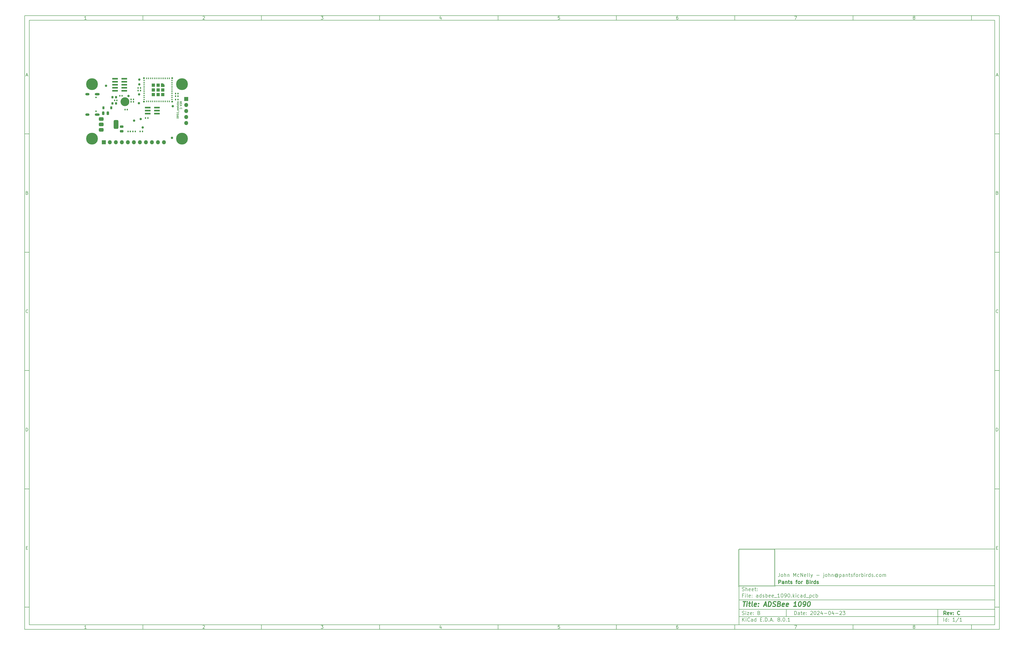
<source format=gbr>
G04 #@! TF.GenerationSoftware,KiCad,Pcbnew,8.0.1*
G04 #@! TF.CreationDate,2024-04-23T01:29:20-07:00*
G04 #@! TF.ProjectId,adsbee_1090,61647362-6565-45f3-9130-39302e6b6963,C*
G04 #@! TF.SameCoordinates,Original*
G04 #@! TF.FileFunction,Soldermask,Bot*
G04 #@! TF.FilePolarity,Negative*
%FSLAX46Y46*%
G04 Gerber Fmt 4.6, Leading zero omitted, Abs format (unit mm)*
G04 Created by KiCad (PCBNEW 8.0.1) date 2024-04-23 01:29:20*
%MOMM*%
%LPD*%
G01*
G04 APERTURE LIST*
G04 Aperture macros list*
%AMRoundRect*
0 Rectangle with rounded corners*
0 $1 Rounding radius*
0 $2 $3 $4 $5 $6 $7 $8 $9 X,Y pos of 4 corners*
0 Add a 4 corners polygon primitive as box body*
4,1,4,$2,$3,$4,$5,$6,$7,$8,$9,$2,$3,0*
0 Add four circle primitives for the rounded corners*
1,1,$1+$1,$2,$3*
1,1,$1+$1,$4,$5*
1,1,$1+$1,$6,$7*
1,1,$1+$1,$8,$9*
0 Add four rect primitives between the rounded corners*
20,1,$1+$1,$2,$3,$4,$5,0*
20,1,$1+$1,$4,$5,$6,$7,0*
20,1,$1+$1,$6,$7,$8,$9,0*
20,1,$1+$1,$8,$9,$2,$3,0*%
%AMFreePoly0*
4,1,6,0.725000,-0.725000,-0.125000,-0.725000,-0.725000,-0.125000,-0.725000,0.725000,0.725000,0.725000,0.725000,-0.725000,0.725000,-0.725000,$1*%
G04 Aperture macros list end*
%ADD10C,0.100000*%
%ADD11C,0.150000*%
%ADD12C,0.300000*%
%ADD13C,0.400000*%
%ADD14C,1.875000*%
%ADD15C,0.650000*%
%ADD16O,2.100000X1.000000*%
%ADD17O,1.800000X1.000000*%
%ADD18RoundRect,0.225000X0.225000X0.375000X-0.225000X0.375000X-0.225000X-0.375000X0.225000X-0.375000X0*%
%ADD19C,1.000000*%
%ADD20R,1.700000X1.700000*%
%ADD21O,1.700000X1.700000*%
%ADD22RoundRect,0.135000X0.135000X0.185000X-0.135000X0.185000X-0.135000X-0.185000X0.135000X-0.185000X0*%
%ADD23RoundRect,0.135000X-0.135000X-0.185000X0.135000X-0.185000X0.135000X0.185000X-0.135000X0.185000X0*%
%ADD24R,2.400000X0.740000*%
%ADD25RoundRect,0.147500X0.147500X0.172500X-0.147500X0.172500X-0.147500X-0.172500X0.147500X-0.172500X0*%
%ADD26RoundRect,0.225000X-0.225000X-0.250000X0.225000X-0.250000X0.225000X0.250000X-0.225000X0.250000X0*%
%ADD27RoundRect,0.140000X-0.140000X-0.170000X0.140000X-0.170000X0.140000X0.170000X-0.140000X0.170000X0*%
%ADD28RoundRect,0.140000X0.140000X0.170000X-0.140000X0.170000X-0.140000X-0.170000X0.140000X-0.170000X0*%
%ADD29RoundRect,0.250000X-0.250000X-0.475000X0.250000X-0.475000X0.250000X0.475000X-0.250000X0.475000X0*%
%ADD30RoundRect,0.250000X-0.475000X0.250000X-0.475000X-0.250000X0.475000X-0.250000X0.475000X0.250000X0*%
%ADD31C,5.000000*%
%ADD32RoundRect,0.147500X-0.147500X-0.172500X0.147500X-0.172500X0.147500X0.172500X-0.147500X0.172500X0*%
%ADD33RoundRect,0.375000X-0.625000X-0.375000X0.625000X-0.375000X0.625000X0.375000X-0.625000X0.375000X0*%
%ADD34RoundRect,0.500000X-0.500000X-1.400000X0.500000X-1.400000X0.500000X1.400000X-0.500000X1.400000X0*%
%ADD35R,0.800000X0.400000*%
%ADD36R,0.400000X0.800000*%
%ADD37FreePoly0,180.000000*%
%ADD38R,1.450000X1.450000*%
%ADD39R,0.700000X0.700000*%
G04 APERTURE END LIST*
D10*
X311457819Y-235654619D02*
X311457819Y-251240982D01*
X327044182Y-251240982D01*
X327044182Y-235654619D01*
X311457819Y-235654619D01*
D11*
X311800000Y-235400000D02*
X419800000Y-235400000D01*
X419800000Y-267400000D01*
X311800000Y-267400000D01*
X311800000Y-235400000D01*
D10*
D11*
X10000000Y-10000000D02*
X421800000Y-10000000D01*
X421800000Y-269400000D01*
X10000000Y-269400000D01*
X10000000Y-10000000D01*
D10*
D11*
X12000000Y-12000000D02*
X419800000Y-12000000D01*
X419800000Y-267400000D01*
X12000000Y-267400000D01*
X12000000Y-12000000D01*
D10*
D11*
X60000000Y-12000000D02*
X60000000Y-10000000D01*
D10*
D11*
X110000000Y-12000000D02*
X110000000Y-10000000D01*
D10*
D11*
X160000000Y-12000000D02*
X160000000Y-10000000D01*
D10*
D11*
X210000000Y-12000000D02*
X210000000Y-10000000D01*
D10*
D11*
X260000000Y-12000000D02*
X260000000Y-10000000D01*
D10*
D11*
X310000000Y-12000000D02*
X310000000Y-10000000D01*
D10*
D11*
X360000000Y-12000000D02*
X360000000Y-10000000D01*
D10*
D11*
X410000000Y-12000000D02*
X410000000Y-10000000D01*
D10*
D11*
X36089160Y-11593604D02*
X35346303Y-11593604D01*
X35717731Y-11593604D02*
X35717731Y-10293604D01*
X35717731Y-10293604D02*
X35593922Y-10479319D01*
X35593922Y-10479319D02*
X35470112Y-10603128D01*
X35470112Y-10603128D02*
X35346303Y-10665033D01*
D10*
D11*
X85346303Y-10417414D02*
X85408207Y-10355509D01*
X85408207Y-10355509D02*
X85532017Y-10293604D01*
X85532017Y-10293604D02*
X85841541Y-10293604D01*
X85841541Y-10293604D02*
X85965350Y-10355509D01*
X85965350Y-10355509D02*
X86027255Y-10417414D01*
X86027255Y-10417414D02*
X86089160Y-10541223D01*
X86089160Y-10541223D02*
X86089160Y-10665033D01*
X86089160Y-10665033D02*
X86027255Y-10850747D01*
X86027255Y-10850747D02*
X85284398Y-11593604D01*
X85284398Y-11593604D02*
X86089160Y-11593604D01*
D10*
D11*
X135284398Y-10293604D02*
X136089160Y-10293604D01*
X136089160Y-10293604D02*
X135655826Y-10788842D01*
X135655826Y-10788842D02*
X135841541Y-10788842D01*
X135841541Y-10788842D02*
X135965350Y-10850747D01*
X135965350Y-10850747D02*
X136027255Y-10912652D01*
X136027255Y-10912652D02*
X136089160Y-11036461D01*
X136089160Y-11036461D02*
X136089160Y-11345985D01*
X136089160Y-11345985D02*
X136027255Y-11469795D01*
X136027255Y-11469795D02*
X135965350Y-11531700D01*
X135965350Y-11531700D02*
X135841541Y-11593604D01*
X135841541Y-11593604D02*
X135470112Y-11593604D01*
X135470112Y-11593604D02*
X135346303Y-11531700D01*
X135346303Y-11531700D02*
X135284398Y-11469795D01*
D10*
D11*
X185965350Y-10726938D02*
X185965350Y-11593604D01*
X185655826Y-10231700D02*
X185346303Y-11160271D01*
X185346303Y-11160271D02*
X186151064Y-11160271D01*
D10*
D11*
X236027255Y-10293604D02*
X235408207Y-10293604D01*
X235408207Y-10293604D02*
X235346303Y-10912652D01*
X235346303Y-10912652D02*
X235408207Y-10850747D01*
X235408207Y-10850747D02*
X235532017Y-10788842D01*
X235532017Y-10788842D02*
X235841541Y-10788842D01*
X235841541Y-10788842D02*
X235965350Y-10850747D01*
X235965350Y-10850747D02*
X236027255Y-10912652D01*
X236027255Y-10912652D02*
X236089160Y-11036461D01*
X236089160Y-11036461D02*
X236089160Y-11345985D01*
X236089160Y-11345985D02*
X236027255Y-11469795D01*
X236027255Y-11469795D02*
X235965350Y-11531700D01*
X235965350Y-11531700D02*
X235841541Y-11593604D01*
X235841541Y-11593604D02*
X235532017Y-11593604D01*
X235532017Y-11593604D02*
X235408207Y-11531700D01*
X235408207Y-11531700D02*
X235346303Y-11469795D01*
D10*
D11*
X285965350Y-10293604D02*
X285717731Y-10293604D01*
X285717731Y-10293604D02*
X285593922Y-10355509D01*
X285593922Y-10355509D02*
X285532017Y-10417414D01*
X285532017Y-10417414D02*
X285408207Y-10603128D01*
X285408207Y-10603128D02*
X285346303Y-10850747D01*
X285346303Y-10850747D02*
X285346303Y-11345985D01*
X285346303Y-11345985D02*
X285408207Y-11469795D01*
X285408207Y-11469795D02*
X285470112Y-11531700D01*
X285470112Y-11531700D02*
X285593922Y-11593604D01*
X285593922Y-11593604D02*
X285841541Y-11593604D01*
X285841541Y-11593604D02*
X285965350Y-11531700D01*
X285965350Y-11531700D02*
X286027255Y-11469795D01*
X286027255Y-11469795D02*
X286089160Y-11345985D01*
X286089160Y-11345985D02*
X286089160Y-11036461D01*
X286089160Y-11036461D02*
X286027255Y-10912652D01*
X286027255Y-10912652D02*
X285965350Y-10850747D01*
X285965350Y-10850747D02*
X285841541Y-10788842D01*
X285841541Y-10788842D02*
X285593922Y-10788842D01*
X285593922Y-10788842D02*
X285470112Y-10850747D01*
X285470112Y-10850747D02*
X285408207Y-10912652D01*
X285408207Y-10912652D02*
X285346303Y-11036461D01*
D10*
D11*
X335284398Y-10293604D02*
X336151064Y-10293604D01*
X336151064Y-10293604D02*
X335593922Y-11593604D01*
D10*
D11*
X385593922Y-10850747D02*
X385470112Y-10788842D01*
X385470112Y-10788842D02*
X385408207Y-10726938D01*
X385408207Y-10726938D02*
X385346303Y-10603128D01*
X385346303Y-10603128D02*
X385346303Y-10541223D01*
X385346303Y-10541223D02*
X385408207Y-10417414D01*
X385408207Y-10417414D02*
X385470112Y-10355509D01*
X385470112Y-10355509D02*
X385593922Y-10293604D01*
X385593922Y-10293604D02*
X385841541Y-10293604D01*
X385841541Y-10293604D02*
X385965350Y-10355509D01*
X385965350Y-10355509D02*
X386027255Y-10417414D01*
X386027255Y-10417414D02*
X386089160Y-10541223D01*
X386089160Y-10541223D02*
X386089160Y-10603128D01*
X386089160Y-10603128D02*
X386027255Y-10726938D01*
X386027255Y-10726938D02*
X385965350Y-10788842D01*
X385965350Y-10788842D02*
X385841541Y-10850747D01*
X385841541Y-10850747D02*
X385593922Y-10850747D01*
X385593922Y-10850747D02*
X385470112Y-10912652D01*
X385470112Y-10912652D02*
X385408207Y-10974557D01*
X385408207Y-10974557D02*
X385346303Y-11098366D01*
X385346303Y-11098366D02*
X385346303Y-11345985D01*
X385346303Y-11345985D02*
X385408207Y-11469795D01*
X385408207Y-11469795D02*
X385470112Y-11531700D01*
X385470112Y-11531700D02*
X385593922Y-11593604D01*
X385593922Y-11593604D02*
X385841541Y-11593604D01*
X385841541Y-11593604D02*
X385965350Y-11531700D01*
X385965350Y-11531700D02*
X386027255Y-11469795D01*
X386027255Y-11469795D02*
X386089160Y-11345985D01*
X386089160Y-11345985D02*
X386089160Y-11098366D01*
X386089160Y-11098366D02*
X386027255Y-10974557D01*
X386027255Y-10974557D02*
X385965350Y-10912652D01*
X385965350Y-10912652D02*
X385841541Y-10850747D01*
D10*
D11*
X60000000Y-267400000D02*
X60000000Y-269400000D01*
D10*
D11*
X110000000Y-267400000D02*
X110000000Y-269400000D01*
D10*
D11*
X160000000Y-267400000D02*
X160000000Y-269400000D01*
D10*
D11*
X210000000Y-267400000D02*
X210000000Y-269400000D01*
D10*
D11*
X260000000Y-267400000D02*
X260000000Y-269400000D01*
D10*
D11*
X310000000Y-267400000D02*
X310000000Y-269400000D01*
D10*
D11*
X360000000Y-267400000D02*
X360000000Y-269400000D01*
D10*
D11*
X410000000Y-267400000D02*
X410000000Y-269400000D01*
D10*
D11*
X36089160Y-268993604D02*
X35346303Y-268993604D01*
X35717731Y-268993604D02*
X35717731Y-267693604D01*
X35717731Y-267693604D02*
X35593922Y-267879319D01*
X35593922Y-267879319D02*
X35470112Y-268003128D01*
X35470112Y-268003128D02*
X35346303Y-268065033D01*
D10*
D11*
X85346303Y-267817414D02*
X85408207Y-267755509D01*
X85408207Y-267755509D02*
X85532017Y-267693604D01*
X85532017Y-267693604D02*
X85841541Y-267693604D01*
X85841541Y-267693604D02*
X85965350Y-267755509D01*
X85965350Y-267755509D02*
X86027255Y-267817414D01*
X86027255Y-267817414D02*
X86089160Y-267941223D01*
X86089160Y-267941223D02*
X86089160Y-268065033D01*
X86089160Y-268065033D02*
X86027255Y-268250747D01*
X86027255Y-268250747D02*
X85284398Y-268993604D01*
X85284398Y-268993604D02*
X86089160Y-268993604D01*
D10*
D11*
X135284398Y-267693604D02*
X136089160Y-267693604D01*
X136089160Y-267693604D02*
X135655826Y-268188842D01*
X135655826Y-268188842D02*
X135841541Y-268188842D01*
X135841541Y-268188842D02*
X135965350Y-268250747D01*
X135965350Y-268250747D02*
X136027255Y-268312652D01*
X136027255Y-268312652D02*
X136089160Y-268436461D01*
X136089160Y-268436461D02*
X136089160Y-268745985D01*
X136089160Y-268745985D02*
X136027255Y-268869795D01*
X136027255Y-268869795D02*
X135965350Y-268931700D01*
X135965350Y-268931700D02*
X135841541Y-268993604D01*
X135841541Y-268993604D02*
X135470112Y-268993604D01*
X135470112Y-268993604D02*
X135346303Y-268931700D01*
X135346303Y-268931700D02*
X135284398Y-268869795D01*
D10*
D11*
X185965350Y-268126938D02*
X185965350Y-268993604D01*
X185655826Y-267631700D02*
X185346303Y-268560271D01*
X185346303Y-268560271D02*
X186151064Y-268560271D01*
D10*
D11*
X236027255Y-267693604D02*
X235408207Y-267693604D01*
X235408207Y-267693604D02*
X235346303Y-268312652D01*
X235346303Y-268312652D02*
X235408207Y-268250747D01*
X235408207Y-268250747D02*
X235532017Y-268188842D01*
X235532017Y-268188842D02*
X235841541Y-268188842D01*
X235841541Y-268188842D02*
X235965350Y-268250747D01*
X235965350Y-268250747D02*
X236027255Y-268312652D01*
X236027255Y-268312652D02*
X236089160Y-268436461D01*
X236089160Y-268436461D02*
X236089160Y-268745985D01*
X236089160Y-268745985D02*
X236027255Y-268869795D01*
X236027255Y-268869795D02*
X235965350Y-268931700D01*
X235965350Y-268931700D02*
X235841541Y-268993604D01*
X235841541Y-268993604D02*
X235532017Y-268993604D01*
X235532017Y-268993604D02*
X235408207Y-268931700D01*
X235408207Y-268931700D02*
X235346303Y-268869795D01*
D10*
D11*
X285965350Y-267693604D02*
X285717731Y-267693604D01*
X285717731Y-267693604D02*
X285593922Y-267755509D01*
X285593922Y-267755509D02*
X285532017Y-267817414D01*
X285532017Y-267817414D02*
X285408207Y-268003128D01*
X285408207Y-268003128D02*
X285346303Y-268250747D01*
X285346303Y-268250747D02*
X285346303Y-268745985D01*
X285346303Y-268745985D02*
X285408207Y-268869795D01*
X285408207Y-268869795D02*
X285470112Y-268931700D01*
X285470112Y-268931700D02*
X285593922Y-268993604D01*
X285593922Y-268993604D02*
X285841541Y-268993604D01*
X285841541Y-268993604D02*
X285965350Y-268931700D01*
X285965350Y-268931700D02*
X286027255Y-268869795D01*
X286027255Y-268869795D02*
X286089160Y-268745985D01*
X286089160Y-268745985D02*
X286089160Y-268436461D01*
X286089160Y-268436461D02*
X286027255Y-268312652D01*
X286027255Y-268312652D02*
X285965350Y-268250747D01*
X285965350Y-268250747D02*
X285841541Y-268188842D01*
X285841541Y-268188842D02*
X285593922Y-268188842D01*
X285593922Y-268188842D02*
X285470112Y-268250747D01*
X285470112Y-268250747D02*
X285408207Y-268312652D01*
X285408207Y-268312652D02*
X285346303Y-268436461D01*
D10*
D11*
X335284398Y-267693604D02*
X336151064Y-267693604D01*
X336151064Y-267693604D02*
X335593922Y-268993604D01*
D10*
D11*
X385593922Y-268250747D02*
X385470112Y-268188842D01*
X385470112Y-268188842D02*
X385408207Y-268126938D01*
X385408207Y-268126938D02*
X385346303Y-268003128D01*
X385346303Y-268003128D02*
X385346303Y-267941223D01*
X385346303Y-267941223D02*
X385408207Y-267817414D01*
X385408207Y-267817414D02*
X385470112Y-267755509D01*
X385470112Y-267755509D02*
X385593922Y-267693604D01*
X385593922Y-267693604D02*
X385841541Y-267693604D01*
X385841541Y-267693604D02*
X385965350Y-267755509D01*
X385965350Y-267755509D02*
X386027255Y-267817414D01*
X386027255Y-267817414D02*
X386089160Y-267941223D01*
X386089160Y-267941223D02*
X386089160Y-268003128D01*
X386089160Y-268003128D02*
X386027255Y-268126938D01*
X386027255Y-268126938D02*
X385965350Y-268188842D01*
X385965350Y-268188842D02*
X385841541Y-268250747D01*
X385841541Y-268250747D02*
X385593922Y-268250747D01*
X385593922Y-268250747D02*
X385470112Y-268312652D01*
X385470112Y-268312652D02*
X385408207Y-268374557D01*
X385408207Y-268374557D02*
X385346303Y-268498366D01*
X385346303Y-268498366D02*
X385346303Y-268745985D01*
X385346303Y-268745985D02*
X385408207Y-268869795D01*
X385408207Y-268869795D02*
X385470112Y-268931700D01*
X385470112Y-268931700D02*
X385593922Y-268993604D01*
X385593922Y-268993604D02*
X385841541Y-268993604D01*
X385841541Y-268993604D02*
X385965350Y-268931700D01*
X385965350Y-268931700D02*
X386027255Y-268869795D01*
X386027255Y-268869795D02*
X386089160Y-268745985D01*
X386089160Y-268745985D02*
X386089160Y-268498366D01*
X386089160Y-268498366D02*
X386027255Y-268374557D01*
X386027255Y-268374557D02*
X385965350Y-268312652D01*
X385965350Y-268312652D02*
X385841541Y-268250747D01*
D10*
D11*
X10000000Y-60000000D02*
X12000000Y-60000000D01*
D10*
D11*
X10000000Y-110000000D02*
X12000000Y-110000000D01*
D10*
D11*
X10000000Y-160000000D02*
X12000000Y-160000000D01*
D10*
D11*
X10000000Y-210000000D02*
X12000000Y-210000000D01*
D10*
D11*
X10000000Y-260000000D02*
X12000000Y-260000000D01*
D10*
D11*
X10690476Y-35222176D02*
X11309523Y-35222176D01*
X10566666Y-35593604D02*
X10999999Y-34293604D01*
X10999999Y-34293604D02*
X11433333Y-35593604D01*
D10*
D11*
X11092857Y-84912652D02*
X11278571Y-84974557D01*
X11278571Y-84974557D02*
X11340476Y-85036461D01*
X11340476Y-85036461D02*
X11402380Y-85160271D01*
X11402380Y-85160271D02*
X11402380Y-85345985D01*
X11402380Y-85345985D02*
X11340476Y-85469795D01*
X11340476Y-85469795D02*
X11278571Y-85531700D01*
X11278571Y-85531700D02*
X11154761Y-85593604D01*
X11154761Y-85593604D02*
X10659523Y-85593604D01*
X10659523Y-85593604D02*
X10659523Y-84293604D01*
X10659523Y-84293604D02*
X11092857Y-84293604D01*
X11092857Y-84293604D02*
X11216666Y-84355509D01*
X11216666Y-84355509D02*
X11278571Y-84417414D01*
X11278571Y-84417414D02*
X11340476Y-84541223D01*
X11340476Y-84541223D02*
X11340476Y-84665033D01*
X11340476Y-84665033D02*
X11278571Y-84788842D01*
X11278571Y-84788842D02*
X11216666Y-84850747D01*
X11216666Y-84850747D02*
X11092857Y-84912652D01*
X11092857Y-84912652D02*
X10659523Y-84912652D01*
D10*
D11*
X11402380Y-135469795D02*
X11340476Y-135531700D01*
X11340476Y-135531700D02*
X11154761Y-135593604D01*
X11154761Y-135593604D02*
X11030952Y-135593604D01*
X11030952Y-135593604D02*
X10845238Y-135531700D01*
X10845238Y-135531700D02*
X10721428Y-135407890D01*
X10721428Y-135407890D02*
X10659523Y-135284080D01*
X10659523Y-135284080D02*
X10597619Y-135036461D01*
X10597619Y-135036461D02*
X10597619Y-134850747D01*
X10597619Y-134850747D02*
X10659523Y-134603128D01*
X10659523Y-134603128D02*
X10721428Y-134479319D01*
X10721428Y-134479319D02*
X10845238Y-134355509D01*
X10845238Y-134355509D02*
X11030952Y-134293604D01*
X11030952Y-134293604D02*
X11154761Y-134293604D01*
X11154761Y-134293604D02*
X11340476Y-134355509D01*
X11340476Y-134355509D02*
X11402380Y-134417414D01*
D10*
D11*
X10659523Y-185593604D02*
X10659523Y-184293604D01*
X10659523Y-184293604D02*
X10969047Y-184293604D01*
X10969047Y-184293604D02*
X11154761Y-184355509D01*
X11154761Y-184355509D02*
X11278571Y-184479319D01*
X11278571Y-184479319D02*
X11340476Y-184603128D01*
X11340476Y-184603128D02*
X11402380Y-184850747D01*
X11402380Y-184850747D02*
X11402380Y-185036461D01*
X11402380Y-185036461D02*
X11340476Y-185284080D01*
X11340476Y-185284080D02*
X11278571Y-185407890D01*
X11278571Y-185407890D02*
X11154761Y-185531700D01*
X11154761Y-185531700D02*
X10969047Y-185593604D01*
X10969047Y-185593604D02*
X10659523Y-185593604D01*
D10*
D11*
X10721428Y-234912652D02*
X11154762Y-234912652D01*
X11340476Y-235593604D02*
X10721428Y-235593604D01*
X10721428Y-235593604D02*
X10721428Y-234293604D01*
X10721428Y-234293604D02*
X11340476Y-234293604D01*
D10*
D11*
X421800000Y-60000000D02*
X419800000Y-60000000D01*
D10*
D11*
X421800000Y-110000000D02*
X419800000Y-110000000D01*
D10*
D11*
X421800000Y-160000000D02*
X419800000Y-160000000D01*
D10*
D11*
X421800000Y-210000000D02*
X419800000Y-210000000D01*
D10*
D11*
X421800000Y-260000000D02*
X419800000Y-260000000D01*
D10*
D11*
X420490476Y-35222176D02*
X421109523Y-35222176D01*
X420366666Y-35593604D02*
X420799999Y-34293604D01*
X420799999Y-34293604D02*
X421233333Y-35593604D01*
D10*
D11*
X420892857Y-84912652D02*
X421078571Y-84974557D01*
X421078571Y-84974557D02*
X421140476Y-85036461D01*
X421140476Y-85036461D02*
X421202380Y-85160271D01*
X421202380Y-85160271D02*
X421202380Y-85345985D01*
X421202380Y-85345985D02*
X421140476Y-85469795D01*
X421140476Y-85469795D02*
X421078571Y-85531700D01*
X421078571Y-85531700D02*
X420954761Y-85593604D01*
X420954761Y-85593604D02*
X420459523Y-85593604D01*
X420459523Y-85593604D02*
X420459523Y-84293604D01*
X420459523Y-84293604D02*
X420892857Y-84293604D01*
X420892857Y-84293604D02*
X421016666Y-84355509D01*
X421016666Y-84355509D02*
X421078571Y-84417414D01*
X421078571Y-84417414D02*
X421140476Y-84541223D01*
X421140476Y-84541223D02*
X421140476Y-84665033D01*
X421140476Y-84665033D02*
X421078571Y-84788842D01*
X421078571Y-84788842D02*
X421016666Y-84850747D01*
X421016666Y-84850747D02*
X420892857Y-84912652D01*
X420892857Y-84912652D02*
X420459523Y-84912652D01*
D10*
D11*
X421202380Y-135469795D02*
X421140476Y-135531700D01*
X421140476Y-135531700D02*
X420954761Y-135593604D01*
X420954761Y-135593604D02*
X420830952Y-135593604D01*
X420830952Y-135593604D02*
X420645238Y-135531700D01*
X420645238Y-135531700D02*
X420521428Y-135407890D01*
X420521428Y-135407890D02*
X420459523Y-135284080D01*
X420459523Y-135284080D02*
X420397619Y-135036461D01*
X420397619Y-135036461D02*
X420397619Y-134850747D01*
X420397619Y-134850747D02*
X420459523Y-134603128D01*
X420459523Y-134603128D02*
X420521428Y-134479319D01*
X420521428Y-134479319D02*
X420645238Y-134355509D01*
X420645238Y-134355509D02*
X420830952Y-134293604D01*
X420830952Y-134293604D02*
X420954761Y-134293604D01*
X420954761Y-134293604D02*
X421140476Y-134355509D01*
X421140476Y-134355509D02*
X421202380Y-134417414D01*
D10*
D11*
X420459523Y-185593604D02*
X420459523Y-184293604D01*
X420459523Y-184293604D02*
X420769047Y-184293604D01*
X420769047Y-184293604D02*
X420954761Y-184355509D01*
X420954761Y-184355509D02*
X421078571Y-184479319D01*
X421078571Y-184479319D02*
X421140476Y-184603128D01*
X421140476Y-184603128D02*
X421202380Y-184850747D01*
X421202380Y-184850747D02*
X421202380Y-185036461D01*
X421202380Y-185036461D02*
X421140476Y-185284080D01*
X421140476Y-185284080D02*
X421078571Y-185407890D01*
X421078571Y-185407890D02*
X420954761Y-185531700D01*
X420954761Y-185531700D02*
X420769047Y-185593604D01*
X420769047Y-185593604D02*
X420459523Y-185593604D01*
D10*
D11*
X420521428Y-234912652D02*
X420954762Y-234912652D01*
X421140476Y-235593604D02*
X420521428Y-235593604D01*
X420521428Y-235593604D02*
X420521428Y-234293604D01*
X420521428Y-234293604D02*
X421140476Y-234293604D01*
D10*
D11*
X335255826Y-263186128D02*
X335255826Y-261686128D01*
X335255826Y-261686128D02*
X335612969Y-261686128D01*
X335612969Y-261686128D02*
X335827255Y-261757557D01*
X335827255Y-261757557D02*
X335970112Y-261900414D01*
X335970112Y-261900414D02*
X336041541Y-262043271D01*
X336041541Y-262043271D02*
X336112969Y-262328985D01*
X336112969Y-262328985D02*
X336112969Y-262543271D01*
X336112969Y-262543271D02*
X336041541Y-262828985D01*
X336041541Y-262828985D02*
X335970112Y-262971842D01*
X335970112Y-262971842D02*
X335827255Y-263114700D01*
X335827255Y-263114700D02*
X335612969Y-263186128D01*
X335612969Y-263186128D02*
X335255826Y-263186128D01*
X337398684Y-263186128D02*
X337398684Y-262400414D01*
X337398684Y-262400414D02*
X337327255Y-262257557D01*
X337327255Y-262257557D02*
X337184398Y-262186128D01*
X337184398Y-262186128D02*
X336898684Y-262186128D01*
X336898684Y-262186128D02*
X336755826Y-262257557D01*
X337398684Y-263114700D02*
X337255826Y-263186128D01*
X337255826Y-263186128D02*
X336898684Y-263186128D01*
X336898684Y-263186128D02*
X336755826Y-263114700D01*
X336755826Y-263114700D02*
X336684398Y-262971842D01*
X336684398Y-262971842D02*
X336684398Y-262828985D01*
X336684398Y-262828985D02*
X336755826Y-262686128D01*
X336755826Y-262686128D02*
X336898684Y-262614700D01*
X336898684Y-262614700D02*
X337255826Y-262614700D01*
X337255826Y-262614700D02*
X337398684Y-262543271D01*
X337898684Y-262186128D02*
X338470112Y-262186128D01*
X338112969Y-261686128D02*
X338112969Y-262971842D01*
X338112969Y-262971842D02*
X338184398Y-263114700D01*
X338184398Y-263114700D02*
X338327255Y-263186128D01*
X338327255Y-263186128D02*
X338470112Y-263186128D01*
X339541541Y-263114700D02*
X339398684Y-263186128D01*
X339398684Y-263186128D02*
X339112970Y-263186128D01*
X339112970Y-263186128D02*
X338970112Y-263114700D01*
X338970112Y-263114700D02*
X338898684Y-262971842D01*
X338898684Y-262971842D02*
X338898684Y-262400414D01*
X338898684Y-262400414D02*
X338970112Y-262257557D01*
X338970112Y-262257557D02*
X339112970Y-262186128D01*
X339112970Y-262186128D02*
X339398684Y-262186128D01*
X339398684Y-262186128D02*
X339541541Y-262257557D01*
X339541541Y-262257557D02*
X339612970Y-262400414D01*
X339612970Y-262400414D02*
X339612970Y-262543271D01*
X339612970Y-262543271D02*
X338898684Y-262686128D01*
X340255826Y-263043271D02*
X340327255Y-263114700D01*
X340327255Y-263114700D02*
X340255826Y-263186128D01*
X340255826Y-263186128D02*
X340184398Y-263114700D01*
X340184398Y-263114700D02*
X340255826Y-263043271D01*
X340255826Y-263043271D02*
X340255826Y-263186128D01*
X340255826Y-262257557D02*
X340327255Y-262328985D01*
X340327255Y-262328985D02*
X340255826Y-262400414D01*
X340255826Y-262400414D02*
X340184398Y-262328985D01*
X340184398Y-262328985D02*
X340255826Y-262257557D01*
X340255826Y-262257557D02*
X340255826Y-262400414D01*
X342041541Y-261828985D02*
X342112969Y-261757557D01*
X342112969Y-261757557D02*
X342255827Y-261686128D01*
X342255827Y-261686128D02*
X342612969Y-261686128D01*
X342612969Y-261686128D02*
X342755827Y-261757557D01*
X342755827Y-261757557D02*
X342827255Y-261828985D01*
X342827255Y-261828985D02*
X342898684Y-261971842D01*
X342898684Y-261971842D02*
X342898684Y-262114700D01*
X342898684Y-262114700D02*
X342827255Y-262328985D01*
X342827255Y-262328985D02*
X341970112Y-263186128D01*
X341970112Y-263186128D02*
X342898684Y-263186128D01*
X343827255Y-261686128D02*
X343970112Y-261686128D01*
X343970112Y-261686128D02*
X344112969Y-261757557D01*
X344112969Y-261757557D02*
X344184398Y-261828985D01*
X344184398Y-261828985D02*
X344255826Y-261971842D01*
X344255826Y-261971842D02*
X344327255Y-262257557D01*
X344327255Y-262257557D02*
X344327255Y-262614700D01*
X344327255Y-262614700D02*
X344255826Y-262900414D01*
X344255826Y-262900414D02*
X344184398Y-263043271D01*
X344184398Y-263043271D02*
X344112969Y-263114700D01*
X344112969Y-263114700D02*
X343970112Y-263186128D01*
X343970112Y-263186128D02*
X343827255Y-263186128D01*
X343827255Y-263186128D02*
X343684398Y-263114700D01*
X343684398Y-263114700D02*
X343612969Y-263043271D01*
X343612969Y-263043271D02*
X343541540Y-262900414D01*
X343541540Y-262900414D02*
X343470112Y-262614700D01*
X343470112Y-262614700D02*
X343470112Y-262257557D01*
X343470112Y-262257557D02*
X343541540Y-261971842D01*
X343541540Y-261971842D02*
X343612969Y-261828985D01*
X343612969Y-261828985D02*
X343684398Y-261757557D01*
X343684398Y-261757557D02*
X343827255Y-261686128D01*
X344898683Y-261828985D02*
X344970111Y-261757557D01*
X344970111Y-261757557D02*
X345112969Y-261686128D01*
X345112969Y-261686128D02*
X345470111Y-261686128D01*
X345470111Y-261686128D02*
X345612969Y-261757557D01*
X345612969Y-261757557D02*
X345684397Y-261828985D01*
X345684397Y-261828985D02*
X345755826Y-261971842D01*
X345755826Y-261971842D02*
X345755826Y-262114700D01*
X345755826Y-262114700D02*
X345684397Y-262328985D01*
X345684397Y-262328985D02*
X344827254Y-263186128D01*
X344827254Y-263186128D02*
X345755826Y-263186128D01*
X347041540Y-262186128D02*
X347041540Y-263186128D01*
X346684397Y-261614700D02*
X346327254Y-262686128D01*
X346327254Y-262686128D02*
X347255825Y-262686128D01*
X347827253Y-262614700D02*
X348970111Y-262614700D01*
X349970111Y-261686128D02*
X350112968Y-261686128D01*
X350112968Y-261686128D02*
X350255825Y-261757557D01*
X350255825Y-261757557D02*
X350327254Y-261828985D01*
X350327254Y-261828985D02*
X350398682Y-261971842D01*
X350398682Y-261971842D02*
X350470111Y-262257557D01*
X350470111Y-262257557D02*
X350470111Y-262614700D01*
X350470111Y-262614700D02*
X350398682Y-262900414D01*
X350398682Y-262900414D02*
X350327254Y-263043271D01*
X350327254Y-263043271D02*
X350255825Y-263114700D01*
X350255825Y-263114700D02*
X350112968Y-263186128D01*
X350112968Y-263186128D02*
X349970111Y-263186128D01*
X349970111Y-263186128D02*
X349827254Y-263114700D01*
X349827254Y-263114700D02*
X349755825Y-263043271D01*
X349755825Y-263043271D02*
X349684396Y-262900414D01*
X349684396Y-262900414D02*
X349612968Y-262614700D01*
X349612968Y-262614700D02*
X349612968Y-262257557D01*
X349612968Y-262257557D02*
X349684396Y-261971842D01*
X349684396Y-261971842D02*
X349755825Y-261828985D01*
X349755825Y-261828985D02*
X349827254Y-261757557D01*
X349827254Y-261757557D02*
X349970111Y-261686128D01*
X351755825Y-262186128D02*
X351755825Y-263186128D01*
X351398682Y-261614700D02*
X351041539Y-262686128D01*
X351041539Y-262686128D02*
X351970110Y-262686128D01*
X352541538Y-262614700D02*
X353684396Y-262614700D01*
X354327253Y-261828985D02*
X354398681Y-261757557D01*
X354398681Y-261757557D02*
X354541539Y-261686128D01*
X354541539Y-261686128D02*
X354898681Y-261686128D01*
X354898681Y-261686128D02*
X355041539Y-261757557D01*
X355041539Y-261757557D02*
X355112967Y-261828985D01*
X355112967Y-261828985D02*
X355184396Y-261971842D01*
X355184396Y-261971842D02*
X355184396Y-262114700D01*
X355184396Y-262114700D02*
X355112967Y-262328985D01*
X355112967Y-262328985D02*
X354255824Y-263186128D01*
X354255824Y-263186128D02*
X355184396Y-263186128D01*
X355684395Y-261686128D02*
X356612967Y-261686128D01*
X356612967Y-261686128D02*
X356112967Y-262257557D01*
X356112967Y-262257557D02*
X356327252Y-262257557D01*
X356327252Y-262257557D02*
X356470110Y-262328985D01*
X356470110Y-262328985D02*
X356541538Y-262400414D01*
X356541538Y-262400414D02*
X356612967Y-262543271D01*
X356612967Y-262543271D02*
X356612967Y-262900414D01*
X356612967Y-262900414D02*
X356541538Y-263043271D01*
X356541538Y-263043271D02*
X356470110Y-263114700D01*
X356470110Y-263114700D02*
X356327252Y-263186128D01*
X356327252Y-263186128D02*
X355898681Y-263186128D01*
X355898681Y-263186128D02*
X355755824Y-263114700D01*
X355755824Y-263114700D02*
X355684395Y-263043271D01*
D10*
D11*
X311800000Y-263900000D02*
X419800000Y-263900000D01*
D10*
D11*
X313255826Y-265986128D02*
X313255826Y-264486128D01*
X314112969Y-265986128D02*
X313470112Y-265128985D01*
X314112969Y-264486128D02*
X313255826Y-265343271D01*
X314755826Y-265986128D02*
X314755826Y-264986128D01*
X314755826Y-264486128D02*
X314684398Y-264557557D01*
X314684398Y-264557557D02*
X314755826Y-264628985D01*
X314755826Y-264628985D02*
X314827255Y-264557557D01*
X314827255Y-264557557D02*
X314755826Y-264486128D01*
X314755826Y-264486128D02*
X314755826Y-264628985D01*
X316327255Y-265843271D02*
X316255827Y-265914700D01*
X316255827Y-265914700D02*
X316041541Y-265986128D01*
X316041541Y-265986128D02*
X315898684Y-265986128D01*
X315898684Y-265986128D02*
X315684398Y-265914700D01*
X315684398Y-265914700D02*
X315541541Y-265771842D01*
X315541541Y-265771842D02*
X315470112Y-265628985D01*
X315470112Y-265628985D02*
X315398684Y-265343271D01*
X315398684Y-265343271D02*
X315398684Y-265128985D01*
X315398684Y-265128985D02*
X315470112Y-264843271D01*
X315470112Y-264843271D02*
X315541541Y-264700414D01*
X315541541Y-264700414D02*
X315684398Y-264557557D01*
X315684398Y-264557557D02*
X315898684Y-264486128D01*
X315898684Y-264486128D02*
X316041541Y-264486128D01*
X316041541Y-264486128D02*
X316255827Y-264557557D01*
X316255827Y-264557557D02*
X316327255Y-264628985D01*
X317612970Y-265986128D02*
X317612970Y-265200414D01*
X317612970Y-265200414D02*
X317541541Y-265057557D01*
X317541541Y-265057557D02*
X317398684Y-264986128D01*
X317398684Y-264986128D02*
X317112970Y-264986128D01*
X317112970Y-264986128D02*
X316970112Y-265057557D01*
X317612970Y-265914700D02*
X317470112Y-265986128D01*
X317470112Y-265986128D02*
X317112970Y-265986128D01*
X317112970Y-265986128D02*
X316970112Y-265914700D01*
X316970112Y-265914700D02*
X316898684Y-265771842D01*
X316898684Y-265771842D02*
X316898684Y-265628985D01*
X316898684Y-265628985D02*
X316970112Y-265486128D01*
X316970112Y-265486128D02*
X317112970Y-265414700D01*
X317112970Y-265414700D02*
X317470112Y-265414700D01*
X317470112Y-265414700D02*
X317612970Y-265343271D01*
X318970113Y-265986128D02*
X318970113Y-264486128D01*
X318970113Y-265914700D02*
X318827255Y-265986128D01*
X318827255Y-265986128D02*
X318541541Y-265986128D01*
X318541541Y-265986128D02*
X318398684Y-265914700D01*
X318398684Y-265914700D02*
X318327255Y-265843271D01*
X318327255Y-265843271D02*
X318255827Y-265700414D01*
X318255827Y-265700414D02*
X318255827Y-265271842D01*
X318255827Y-265271842D02*
X318327255Y-265128985D01*
X318327255Y-265128985D02*
X318398684Y-265057557D01*
X318398684Y-265057557D02*
X318541541Y-264986128D01*
X318541541Y-264986128D02*
X318827255Y-264986128D01*
X318827255Y-264986128D02*
X318970113Y-265057557D01*
X320827255Y-265200414D02*
X321327255Y-265200414D01*
X321541541Y-265986128D02*
X320827255Y-265986128D01*
X320827255Y-265986128D02*
X320827255Y-264486128D01*
X320827255Y-264486128D02*
X321541541Y-264486128D01*
X322184398Y-265843271D02*
X322255827Y-265914700D01*
X322255827Y-265914700D02*
X322184398Y-265986128D01*
X322184398Y-265986128D02*
X322112970Y-265914700D01*
X322112970Y-265914700D02*
X322184398Y-265843271D01*
X322184398Y-265843271D02*
X322184398Y-265986128D01*
X322898684Y-265986128D02*
X322898684Y-264486128D01*
X322898684Y-264486128D02*
X323255827Y-264486128D01*
X323255827Y-264486128D02*
X323470113Y-264557557D01*
X323470113Y-264557557D02*
X323612970Y-264700414D01*
X323612970Y-264700414D02*
X323684399Y-264843271D01*
X323684399Y-264843271D02*
X323755827Y-265128985D01*
X323755827Y-265128985D02*
X323755827Y-265343271D01*
X323755827Y-265343271D02*
X323684399Y-265628985D01*
X323684399Y-265628985D02*
X323612970Y-265771842D01*
X323612970Y-265771842D02*
X323470113Y-265914700D01*
X323470113Y-265914700D02*
X323255827Y-265986128D01*
X323255827Y-265986128D02*
X322898684Y-265986128D01*
X324398684Y-265843271D02*
X324470113Y-265914700D01*
X324470113Y-265914700D02*
X324398684Y-265986128D01*
X324398684Y-265986128D02*
X324327256Y-265914700D01*
X324327256Y-265914700D02*
X324398684Y-265843271D01*
X324398684Y-265843271D02*
X324398684Y-265986128D01*
X325041542Y-265557557D02*
X325755828Y-265557557D01*
X324898685Y-265986128D02*
X325398685Y-264486128D01*
X325398685Y-264486128D02*
X325898685Y-265986128D01*
X326398684Y-265843271D02*
X326470113Y-265914700D01*
X326470113Y-265914700D02*
X326398684Y-265986128D01*
X326398684Y-265986128D02*
X326327256Y-265914700D01*
X326327256Y-265914700D02*
X326398684Y-265843271D01*
X326398684Y-265843271D02*
X326398684Y-265986128D01*
X328470113Y-265128985D02*
X328327256Y-265057557D01*
X328327256Y-265057557D02*
X328255827Y-264986128D01*
X328255827Y-264986128D02*
X328184399Y-264843271D01*
X328184399Y-264843271D02*
X328184399Y-264771842D01*
X328184399Y-264771842D02*
X328255827Y-264628985D01*
X328255827Y-264628985D02*
X328327256Y-264557557D01*
X328327256Y-264557557D02*
X328470113Y-264486128D01*
X328470113Y-264486128D02*
X328755827Y-264486128D01*
X328755827Y-264486128D02*
X328898685Y-264557557D01*
X328898685Y-264557557D02*
X328970113Y-264628985D01*
X328970113Y-264628985D02*
X329041542Y-264771842D01*
X329041542Y-264771842D02*
X329041542Y-264843271D01*
X329041542Y-264843271D02*
X328970113Y-264986128D01*
X328970113Y-264986128D02*
X328898685Y-265057557D01*
X328898685Y-265057557D02*
X328755827Y-265128985D01*
X328755827Y-265128985D02*
X328470113Y-265128985D01*
X328470113Y-265128985D02*
X328327256Y-265200414D01*
X328327256Y-265200414D02*
X328255827Y-265271842D01*
X328255827Y-265271842D02*
X328184399Y-265414700D01*
X328184399Y-265414700D02*
X328184399Y-265700414D01*
X328184399Y-265700414D02*
X328255827Y-265843271D01*
X328255827Y-265843271D02*
X328327256Y-265914700D01*
X328327256Y-265914700D02*
X328470113Y-265986128D01*
X328470113Y-265986128D02*
X328755827Y-265986128D01*
X328755827Y-265986128D02*
X328898685Y-265914700D01*
X328898685Y-265914700D02*
X328970113Y-265843271D01*
X328970113Y-265843271D02*
X329041542Y-265700414D01*
X329041542Y-265700414D02*
X329041542Y-265414700D01*
X329041542Y-265414700D02*
X328970113Y-265271842D01*
X328970113Y-265271842D02*
X328898685Y-265200414D01*
X328898685Y-265200414D02*
X328755827Y-265128985D01*
X329684398Y-265843271D02*
X329755827Y-265914700D01*
X329755827Y-265914700D02*
X329684398Y-265986128D01*
X329684398Y-265986128D02*
X329612970Y-265914700D01*
X329612970Y-265914700D02*
X329684398Y-265843271D01*
X329684398Y-265843271D02*
X329684398Y-265986128D01*
X330684399Y-264486128D02*
X330827256Y-264486128D01*
X330827256Y-264486128D02*
X330970113Y-264557557D01*
X330970113Y-264557557D02*
X331041542Y-264628985D01*
X331041542Y-264628985D02*
X331112970Y-264771842D01*
X331112970Y-264771842D02*
X331184399Y-265057557D01*
X331184399Y-265057557D02*
X331184399Y-265414700D01*
X331184399Y-265414700D02*
X331112970Y-265700414D01*
X331112970Y-265700414D02*
X331041542Y-265843271D01*
X331041542Y-265843271D02*
X330970113Y-265914700D01*
X330970113Y-265914700D02*
X330827256Y-265986128D01*
X330827256Y-265986128D02*
X330684399Y-265986128D01*
X330684399Y-265986128D02*
X330541542Y-265914700D01*
X330541542Y-265914700D02*
X330470113Y-265843271D01*
X330470113Y-265843271D02*
X330398684Y-265700414D01*
X330398684Y-265700414D02*
X330327256Y-265414700D01*
X330327256Y-265414700D02*
X330327256Y-265057557D01*
X330327256Y-265057557D02*
X330398684Y-264771842D01*
X330398684Y-264771842D02*
X330470113Y-264628985D01*
X330470113Y-264628985D02*
X330541542Y-264557557D01*
X330541542Y-264557557D02*
X330684399Y-264486128D01*
X331827255Y-265843271D02*
X331898684Y-265914700D01*
X331898684Y-265914700D02*
X331827255Y-265986128D01*
X331827255Y-265986128D02*
X331755827Y-265914700D01*
X331755827Y-265914700D02*
X331827255Y-265843271D01*
X331827255Y-265843271D02*
X331827255Y-265986128D01*
X333327256Y-265986128D02*
X332470113Y-265986128D01*
X332898684Y-265986128D02*
X332898684Y-264486128D01*
X332898684Y-264486128D02*
X332755827Y-264700414D01*
X332755827Y-264700414D02*
X332612970Y-264843271D01*
X332612970Y-264843271D02*
X332470113Y-264914700D01*
D10*
D11*
X311800000Y-260900000D02*
X419800000Y-260900000D01*
D10*
D12*
X399211653Y-263178328D02*
X398711653Y-262464042D01*
X398354510Y-263178328D02*
X398354510Y-261678328D01*
X398354510Y-261678328D02*
X398925939Y-261678328D01*
X398925939Y-261678328D02*
X399068796Y-261749757D01*
X399068796Y-261749757D02*
X399140225Y-261821185D01*
X399140225Y-261821185D02*
X399211653Y-261964042D01*
X399211653Y-261964042D02*
X399211653Y-262178328D01*
X399211653Y-262178328D02*
X399140225Y-262321185D01*
X399140225Y-262321185D02*
X399068796Y-262392614D01*
X399068796Y-262392614D02*
X398925939Y-262464042D01*
X398925939Y-262464042D02*
X398354510Y-262464042D01*
X400425939Y-263106900D02*
X400283082Y-263178328D01*
X400283082Y-263178328D02*
X399997368Y-263178328D01*
X399997368Y-263178328D02*
X399854510Y-263106900D01*
X399854510Y-263106900D02*
X399783082Y-262964042D01*
X399783082Y-262964042D02*
X399783082Y-262392614D01*
X399783082Y-262392614D02*
X399854510Y-262249757D01*
X399854510Y-262249757D02*
X399997368Y-262178328D01*
X399997368Y-262178328D02*
X400283082Y-262178328D01*
X400283082Y-262178328D02*
X400425939Y-262249757D01*
X400425939Y-262249757D02*
X400497368Y-262392614D01*
X400497368Y-262392614D02*
X400497368Y-262535471D01*
X400497368Y-262535471D02*
X399783082Y-262678328D01*
X400997367Y-262178328D02*
X401354510Y-263178328D01*
X401354510Y-263178328D02*
X401711653Y-262178328D01*
X402283081Y-263035471D02*
X402354510Y-263106900D01*
X402354510Y-263106900D02*
X402283081Y-263178328D01*
X402283081Y-263178328D02*
X402211653Y-263106900D01*
X402211653Y-263106900D02*
X402283081Y-263035471D01*
X402283081Y-263035471D02*
X402283081Y-263178328D01*
X402283081Y-262249757D02*
X402354510Y-262321185D01*
X402354510Y-262321185D02*
X402283081Y-262392614D01*
X402283081Y-262392614D02*
X402211653Y-262321185D01*
X402211653Y-262321185D02*
X402283081Y-262249757D01*
X402283081Y-262249757D02*
X402283081Y-262392614D01*
X404997367Y-263035471D02*
X404925939Y-263106900D01*
X404925939Y-263106900D02*
X404711653Y-263178328D01*
X404711653Y-263178328D02*
X404568796Y-263178328D01*
X404568796Y-263178328D02*
X404354510Y-263106900D01*
X404354510Y-263106900D02*
X404211653Y-262964042D01*
X404211653Y-262964042D02*
X404140224Y-262821185D01*
X404140224Y-262821185D02*
X404068796Y-262535471D01*
X404068796Y-262535471D02*
X404068796Y-262321185D01*
X404068796Y-262321185D02*
X404140224Y-262035471D01*
X404140224Y-262035471D02*
X404211653Y-261892614D01*
X404211653Y-261892614D02*
X404354510Y-261749757D01*
X404354510Y-261749757D02*
X404568796Y-261678328D01*
X404568796Y-261678328D02*
X404711653Y-261678328D01*
X404711653Y-261678328D02*
X404925939Y-261749757D01*
X404925939Y-261749757D02*
X404997367Y-261821185D01*
D10*
D11*
X313184398Y-263114700D02*
X313398684Y-263186128D01*
X313398684Y-263186128D02*
X313755826Y-263186128D01*
X313755826Y-263186128D02*
X313898684Y-263114700D01*
X313898684Y-263114700D02*
X313970112Y-263043271D01*
X313970112Y-263043271D02*
X314041541Y-262900414D01*
X314041541Y-262900414D02*
X314041541Y-262757557D01*
X314041541Y-262757557D02*
X313970112Y-262614700D01*
X313970112Y-262614700D02*
X313898684Y-262543271D01*
X313898684Y-262543271D02*
X313755826Y-262471842D01*
X313755826Y-262471842D02*
X313470112Y-262400414D01*
X313470112Y-262400414D02*
X313327255Y-262328985D01*
X313327255Y-262328985D02*
X313255826Y-262257557D01*
X313255826Y-262257557D02*
X313184398Y-262114700D01*
X313184398Y-262114700D02*
X313184398Y-261971842D01*
X313184398Y-261971842D02*
X313255826Y-261828985D01*
X313255826Y-261828985D02*
X313327255Y-261757557D01*
X313327255Y-261757557D02*
X313470112Y-261686128D01*
X313470112Y-261686128D02*
X313827255Y-261686128D01*
X313827255Y-261686128D02*
X314041541Y-261757557D01*
X314684397Y-263186128D02*
X314684397Y-262186128D01*
X314684397Y-261686128D02*
X314612969Y-261757557D01*
X314612969Y-261757557D02*
X314684397Y-261828985D01*
X314684397Y-261828985D02*
X314755826Y-261757557D01*
X314755826Y-261757557D02*
X314684397Y-261686128D01*
X314684397Y-261686128D02*
X314684397Y-261828985D01*
X315255826Y-262186128D02*
X316041541Y-262186128D01*
X316041541Y-262186128D02*
X315255826Y-263186128D01*
X315255826Y-263186128D02*
X316041541Y-263186128D01*
X317184398Y-263114700D02*
X317041541Y-263186128D01*
X317041541Y-263186128D02*
X316755827Y-263186128D01*
X316755827Y-263186128D02*
X316612969Y-263114700D01*
X316612969Y-263114700D02*
X316541541Y-262971842D01*
X316541541Y-262971842D02*
X316541541Y-262400414D01*
X316541541Y-262400414D02*
X316612969Y-262257557D01*
X316612969Y-262257557D02*
X316755827Y-262186128D01*
X316755827Y-262186128D02*
X317041541Y-262186128D01*
X317041541Y-262186128D02*
X317184398Y-262257557D01*
X317184398Y-262257557D02*
X317255827Y-262400414D01*
X317255827Y-262400414D02*
X317255827Y-262543271D01*
X317255827Y-262543271D02*
X316541541Y-262686128D01*
X317898683Y-263043271D02*
X317970112Y-263114700D01*
X317970112Y-263114700D02*
X317898683Y-263186128D01*
X317898683Y-263186128D02*
X317827255Y-263114700D01*
X317827255Y-263114700D02*
X317898683Y-263043271D01*
X317898683Y-263043271D02*
X317898683Y-263186128D01*
X317898683Y-262257557D02*
X317970112Y-262328985D01*
X317970112Y-262328985D02*
X317898683Y-262400414D01*
X317898683Y-262400414D02*
X317827255Y-262328985D01*
X317827255Y-262328985D02*
X317898683Y-262257557D01*
X317898683Y-262257557D02*
X317898683Y-262400414D01*
X320255826Y-262400414D02*
X320470112Y-262471842D01*
X320470112Y-262471842D02*
X320541541Y-262543271D01*
X320541541Y-262543271D02*
X320612969Y-262686128D01*
X320612969Y-262686128D02*
X320612969Y-262900414D01*
X320612969Y-262900414D02*
X320541541Y-263043271D01*
X320541541Y-263043271D02*
X320470112Y-263114700D01*
X320470112Y-263114700D02*
X320327255Y-263186128D01*
X320327255Y-263186128D02*
X319755826Y-263186128D01*
X319755826Y-263186128D02*
X319755826Y-261686128D01*
X319755826Y-261686128D02*
X320255826Y-261686128D01*
X320255826Y-261686128D02*
X320398684Y-261757557D01*
X320398684Y-261757557D02*
X320470112Y-261828985D01*
X320470112Y-261828985D02*
X320541541Y-261971842D01*
X320541541Y-261971842D02*
X320541541Y-262114700D01*
X320541541Y-262114700D02*
X320470112Y-262257557D01*
X320470112Y-262257557D02*
X320398684Y-262328985D01*
X320398684Y-262328985D02*
X320255826Y-262400414D01*
X320255826Y-262400414D02*
X319755826Y-262400414D01*
D10*
D11*
X398255826Y-265986128D02*
X398255826Y-264486128D01*
X399612970Y-265986128D02*
X399612970Y-264486128D01*
X399612970Y-265914700D02*
X399470112Y-265986128D01*
X399470112Y-265986128D02*
X399184398Y-265986128D01*
X399184398Y-265986128D02*
X399041541Y-265914700D01*
X399041541Y-265914700D02*
X398970112Y-265843271D01*
X398970112Y-265843271D02*
X398898684Y-265700414D01*
X398898684Y-265700414D02*
X398898684Y-265271842D01*
X398898684Y-265271842D02*
X398970112Y-265128985D01*
X398970112Y-265128985D02*
X399041541Y-265057557D01*
X399041541Y-265057557D02*
X399184398Y-264986128D01*
X399184398Y-264986128D02*
X399470112Y-264986128D01*
X399470112Y-264986128D02*
X399612970Y-265057557D01*
X400327255Y-265843271D02*
X400398684Y-265914700D01*
X400398684Y-265914700D02*
X400327255Y-265986128D01*
X400327255Y-265986128D02*
X400255827Y-265914700D01*
X400255827Y-265914700D02*
X400327255Y-265843271D01*
X400327255Y-265843271D02*
X400327255Y-265986128D01*
X400327255Y-265057557D02*
X400398684Y-265128985D01*
X400398684Y-265128985D02*
X400327255Y-265200414D01*
X400327255Y-265200414D02*
X400255827Y-265128985D01*
X400255827Y-265128985D02*
X400327255Y-265057557D01*
X400327255Y-265057557D02*
X400327255Y-265200414D01*
X402970113Y-265986128D02*
X402112970Y-265986128D01*
X402541541Y-265986128D02*
X402541541Y-264486128D01*
X402541541Y-264486128D02*
X402398684Y-264700414D01*
X402398684Y-264700414D02*
X402255827Y-264843271D01*
X402255827Y-264843271D02*
X402112970Y-264914700D01*
X404684398Y-264414700D02*
X403398684Y-266343271D01*
X405970113Y-265986128D02*
X405112970Y-265986128D01*
X405541541Y-265986128D02*
X405541541Y-264486128D01*
X405541541Y-264486128D02*
X405398684Y-264700414D01*
X405398684Y-264700414D02*
X405255827Y-264843271D01*
X405255827Y-264843271D02*
X405112970Y-264914700D01*
D10*
D11*
X311800000Y-256900000D02*
X419800000Y-256900000D01*
D10*
D13*
X313491728Y-257604438D02*
X314634585Y-257604438D01*
X313813157Y-259604438D02*
X314063157Y-257604438D01*
X315051252Y-259604438D02*
X315217919Y-258271104D01*
X315301252Y-257604438D02*
X315194109Y-257699676D01*
X315194109Y-257699676D02*
X315277443Y-257794914D01*
X315277443Y-257794914D02*
X315384586Y-257699676D01*
X315384586Y-257699676D02*
X315301252Y-257604438D01*
X315301252Y-257604438D02*
X315277443Y-257794914D01*
X315884586Y-258271104D02*
X316646490Y-258271104D01*
X316253633Y-257604438D02*
X316039348Y-259318723D01*
X316039348Y-259318723D02*
X316110776Y-259509200D01*
X316110776Y-259509200D02*
X316289348Y-259604438D01*
X316289348Y-259604438D02*
X316479824Y-259604438D01*
X317432205Y-259604438D02*
X317253633Y-259509200D01*
X317253633Y-259509200D02*
X317182205Y-259318723D01*
X317182205Y-259318723D02*
X317396490Y-257604438D01*
X318967919Y-259509200D02*
X318765538Y-259604438D01*
X318765538Y-259604438D02*
X318384585Y-259604438D01*
X318384585Y-259604438D02*
X318206014Y-259509200D01*
X318206014Y-259509200D02*
X318134585Y-259318723D01*
X318134585Y-259318723D02*
X318229824Y-258556819D01*
X318229824Y-258556819D02*
X318348871Y-258366342D01*
X318348871Y-258366342D02*
X318551252Y-258271104D01*
X318551252Y-258271104D02*
X318932204Y-258271104D01*
X318932204Y-258271104D02*
X319110776Y-258366342D01*
X319110776Y-258366342D02*
X319182204Y-258556819D01*
X319182204Y-258556819D02*
X319158395Y-258747295D01*
X319158395Y-258747295D02*
X318182204Y-258937771D01*
X319932205Y-259413961D02*
X320015538Y-259509200D01*
X320015538Y-259509200D02*
X319908395Y-259604438D01*
X319908395Y-259604438D02*
X319825062Y-259509200D01*
X319825062Y-259509200D02*
X319932205Y-259413961D01*
X319932205Y-259413961D02*
X319908395Y-259604438D01*
X320063157Y-258366342D02*
X320146490Y-258461580D01*
X320146490Y-258461580D02*
X320039348Y-258556819D01*
X320039348Y-258556819D02*
X319956014Y-258461580D01*
X319956014Y-258461580D02*
X320063157Y-258366342D01*
X320063157Y-258366342D02*
X320039348Y-258556819D01*
X322360777Y-259033009D02*
X323313158Y-259033009D01*
X322098872Y-259604438D02*
X323015539Y-257604438D01*
X323015539Y-257604438D02*
X323432205Y-259604438D01*
X324098872Y-259604438D02*
X324348872Y-257604438D01*
X324348872Y-257604438D02*
X324825063Y-257604438D01*
X324825063Y-257604438D02*
X325098872Y-257699676D01*
X325098872Y-257699676D02*
X325265539Y-257890152D01*
X325265539Y-257890152D02*
X325336967Y-258080628D01*
X325336967Y-258080628D02*
X325384587Y-258461580D01*
X325384587Y-258461580D02*
X325348872Y-258747295D01*
X325348872Y-258747295D02*
X325206015Y-259128247D01*
X325206015Y-259128247D02*
X325086967Y-259318723D01*
X325086967Y-259318723D02*
X324872682Y-259509200D01*
X324872682Y-259509200D02*
X324575063Y-259604438D01*
X324575063Y-259604438D02*
X324098872Y-259604438D01*
X326015539Y-259509200D02*
X326289348Y-259604438D01*
X326289348Y-259604438D02*
X326765539Y-259604438D01*
X326765539Y-259604438D02*
X326967920Y-259509200D01*
X326967920Y-259509200D02*
X327075063Y-259413961D01*
X327075063Y-259413961D02*
X327194110Y-259223485D01*
X327194110Y-259223485D02*
X327217920Y-259033009D01*
X327217920Y-259033009D02*
X327146491Y-258842533D01*
X327146491Y-258842533D02*
X327063158Y-258747295D01*
X327063158Y-258747295D02*
X326884587Y-258652057D01*
X326884587Y-258652057D02*
X326515539Y-258556819D01*
X326515539Y-258556819D02*
X326336967Y-258461580D01*
X326336967Y-258461580D02*
X326253634Y-258366342D01*
X326253634Y-258366342D02*
X326182206Y-258175866D01*
X326182206Y-258175866D02*
X326206015Y-257985390D01*
X326206015Y-257985390D02*
X326325063Y-257794914D01*
X326325063Y-257794914D02*
X326432206Y-257699676D01*
X326432206Y-257699676D02*
X326634587Y-257604438D01*
X326634587Y-257604438D02*
X327110777Y-257604438D01*
X327110777Y-257604438D02*
X327384587Y-257699676D01*
X328801253Y-258556819D02*
X329075063Y-258652057D01*
X329075063Y-258652057D02*
X329158396Y-258747295D01*
X329158396Y-258747295D02*
X329229825Y-258937771D01*
X329229825Y-258937771D02*
X329194110Y-259223485D01*
X329194110Y-259223485D02*
X329075063Y-259413961D01*
X329075063Y-259413961D02*
X328967920Y-259509200D01*
X328967920Y-259509200D02*
X328765539Y-259604438D01*
X328765539Y-259604438D02*
X328003634Y-259604438D01*
X328003634Y-259604438D02*
X328253634Y-257604438D01*
X328253634Y-257604438D02*
X328920301Y-257604438D01*
X328920301Y-257604438D02*
X329098872Y-257699676D01*
X329098872Y-257699676D02*
X329182206Y-257794914D01*
X329182206Y-257794914D02*
X329253634Y-257985390D01*
X329253634Y-257985390D02*
X329229825Y-258175866D01*
X329229825Y-258175866D02*
X329110777Y-258366342D01*
X329110777Y-258366342D02*
X329003634Y-258461580D01*
X329003634Y-258461580D02*
X328801253Y-258556819D01*
X328801253Y-258556819D02*
X328134587Y-258556819D01*
X330777444Y-259509200D02*
X330575063Y-259604438D01*
X330575063Y-259604438D02*
X330194110Y-259604438D01*
X330194110Y-259604438D02*
X330015539Y-259509200D01*
X330015539Y-259509200D02*
X329944110Y-259318723D01*
X329944110Y-259318723D02*
X330039349Y-258556819D01*
X330039349Y-258556819D02*
X330158396Y-258366342D01*
X330158396Y-258366342D02*
X330360777Y-258271104D01*
X330360777Y-258271104D02*
X330741729Y-258271104D01*
X330741729Y-258271104D02*
X330920301Y-258366342D01*
X330920301Y-258366342D02*
X330991729Y-258556819D01*
X330991729Y-258556819D02*
X330967920Y-258747295D01*
X330967920Y-258747295D02*
X329991729Y-258937771D01*
X332491730Y-259509200D02*
X332289349Y-259604438D01*
X332289349Y-259604438D02*
X331908396Y-259604438D01*
X331908396Y-259604438D02*
X331729825Y-259509200D01*
X331729825Y-259509200D02*
X331658396Y-259318723D01*
X331658396Y-259318723D02*
X331753635Y-258556819D01*
X331753635Y-258556819D02*
X331872682Y-258366342D01*
X331872682Y-258366342D02*
X332075063Y-258271104D01*
X332075063Y-258271104D02*
X332456015Y-258271104D01*
X332456015Y-258271104D02*
X332634587Y-258366342D01*
X332634587Y-258366342D02*
X332706015Y-258556819D01*
X332706015Y-258556819D02*
X332682206Y-258747295D01*
X332682206Y-258747295D02*
X331706015Y-258937771D01*
X336003635Y-259604438D02*
X334860778Y-259604438D01*
X335432207Y-259604438D02*
X335682207Y-257604438D01*
X335682207Y-257604438D02*
X335456016Y-257890152D01*
X335456016Y-257890152D02*
X335241731Y-258080628D01*
X335241731Y-258080628D02*
X335039350Y-258175866D01*
X337491731Y-257604438D02*
X337682207Y-257604438D01*
X337682207Y-257604438D02*
X337860778Y-257699676D01*
X337860778Y-257699676D02*
X337944112Y-257794914D01*
X337944112Y-257794914D02*
X338015540Y-257985390D01*
X338015540Y-257985390D02*
X338063159Y-258366342D01*
X338063159Y-258366342D02*
X338003635Y-258842533D01*
X338003635Y-258842533D02*
X337860778Y-259223485D01*
X337860778Y-259223485D02*
X337741731Y-259413961D01*
X337741731Y-259413961D02*
X337634588Y-259509200D01*
X337634588Y-259509200D02*
X337432207Y-259604438D01*
X337432207Y-259604438D02*
X337241731Y-259604438D01*
X337241731Y-259604438D02*
X337063159Y-259509200D01*
X337063159Y-259509200D02*
X336979826Y-259413961D01*
X336979826Y-259413961D02*
X336908397Y-259223485D01*
X336908397Y-259223485D02*
X336860778Y-258842533D01*
X336860778Y-258842533D02*
X336920302Y-258366342D01*
X336920302Y-258366342D02*
X337063159Y-257985390D01*
X337063159Y-257985390D02*
X337182207Y-257794914D01*
X337182207Y-257794914D02*
X337289350Y-257699676D01*
X337289350Y-257699676D02*
X337491731Y-257604438D01*
X338860778Y-259604438D02*
X339241731Y-259604438D01*
X339241731Y-259604438D02*
X339444112Y-259509200D01*
X339444112Y-259509200D02*
X339551255Y-259413961D01*
X339551255Y-259413961D02*
X339777445Y-259128247D01*
X339777445Y-259128247D02*
X339920302Y-258747295D01*
X339920302Y-258747295D02*
X340015540Y-257985390D01*
X340015540Y-257985390D02*
X339944112Y-257794914D01*
X339944112Y-257794914D02*
X339860778Y-257699676D01*
X339860778Y-257699676D02*
X339682207Y-257604438D01*
X339682207Y-257604438D02*
X339301255Y-257604438D01*
X339301255Y-257604438D02*
X339098874Y-257699676D01*
X339098874Y-257699676D02*
X338991731Y-257794914D01*
X338991731Y-257794914D02*
X338872683Y-257985390D01*
X338872683Y-257985390D02*
X338813159Y-258461580D01*
X338813159Y-258461580D02*
X338884588Y-258652057D01*
X338884588Y-258652057D02*
X338967921Y-258747295D01*
X338967921Y-258747295D02*
X339146493Y-258842533D01*
X339146493Y-258842533D02*
X339527445Y-258842533D01*
X339527445Y-258842533D02*
X339729826Y-258747295D01*
X339729826Y-258747295D02*
X339836969Y-258652057D01*
X339836969Y-258652057D02*
X339956016Y-258461580D01*
X341301255Y-257604438D02*
X341491731Y-257604438D01*
X341491731Y-257604438D02*
X341670302Y-257699676D01*
X341670302Y-257699676D02*
X341753636Y-257794914D01*
X341753636Y-257794914D02*
X341825064Y-257985390D01*
X341825064Y-257985390D02*
X341872683Y-258366342D01*
X341872683Y-258366342D02*
X341813159Y-258842533D01*
X341813159Y-258842533D02*
X341670302Y-259223485D01*
X341670302Y-259223485D02*
X341551255Y-259413961D01*
X341551255Y-259413961D02*
X341444112Y-259509200D01*
X341444112Y-259509200D02*
X341241731Y-259604438D01*
X341241731Y-259604438D02*
X341051255Y-259604438D01*
X341051255Y-259604438D02*
X340872683Y-259509200D01*
X340872683Y-259509200D02*
X340789350Y-259413961D01*
X340789350Y-259413961D02*
X340717921Y-259223485D01*
X340717921Y-259223485D02*
X340670302Y-258842533D01*
X340670302Y-258842533D02*
X340729826Y-258366342D01*
X340729826Y-258366342D02*
X340872683Y-257985390D01*
X340872683Y-257985390D02*
X340991731Y-257794914D01*
X340991731Y-257794914D02*
X341098874Y-257699676D01*
X341098874Y-257699676D02*
X341301255Y-257604438D01*
D10*
D11*
X313755826Y-255000414D02*
X313255826Y-255000414D01*
X313255826Y-255786128D02*
X313255826Y-254286128D01*
X313255826Y-254286128D02*
X313970112Y-254286128D01*
X314541540Y-255786128D02*
X314541540Y-254786128D01*
X314541540Y-254286128D02*
X314470112Y-254357557D01*
X314470112Y-254357557D02*
X314541540Y-254428985D01*
X314541540Y-254428985D02*
X314612969Y-254357557D01*
X314612969Y-254357557D02*
X314541540Y-254286128D01*
X314541540Y-254286128D02*
X314541540Y-254428985D01*
X315470112Y-255786128D02*
X315327255Y-255714700D01*
X315327255Y-255714700D02*
X315255826Y-255571842D01*
X315255826Y-255571842D02*
X315255826Y-254286128D01*
X316612969Y-255714700D02*
X316470112Y-255786128D01*
X316470112Y-255786128D02*
X316184398Y-255786128D01*
X316184398Y-255786128D02*
X316041540Y-255714700D01*
X316041540Y-255714700D02*
X315970112Y-255571842D01*
X315970112Y-255571842D02*
X315970112Y-255000414D01*
X315970112Y-255000414D02*
X316041540Y-254857557D01*
X316041540Y-254857557D02*
X316184398Y-254786128D01*
X316184398Y-254786128D02*
X316470112Y-254786128D01*
X316470112Y-254786128D02*
X316612969Y-254857557D01*
X316612969Y-254857557D02*
X316684398Y-255000414D01*
X316684398Y-255000414D02*
X316684398Y-255143271D01*
X316684398Y-255143271D02*
X315970112Y-255286128D01*
X317327254Y-255643271D02*
X317398683Y-255714700D01*
X317398683Y-255714700D02*
X317327254Y-255786128D01*
X317327254Y-255786128D02*
X317255826Y-255714700D01*
X317255826Y-255714700D02*
X317327254Y-255643271D01*
X317327254Y-255643271D02*
X317327254Y-255786128D01*
X317327254Y-254857557D02*
X317398683Y-254928985D01*
X317398683Y-254928985D02*
X317327254Y-255000414D01*
X317327254Y-255000414D02*
X317255826Y-254928985D01*
X317255826Y-254928985D02*
X317327254Y-254857557D01*
X317327254Y-254857557D02*
X317327254Y-255000414D01*
X319827255Y-255786128D02*
X319827255Y-255000414D01*
X319827255Y-255000414D02*
X319755826Y-254857557D01*
X319755826Y-254857557D02*
X319612969Y-254786128D01*
X319612969Y-254786128D02*
X319327255Y-254786128D01*
X319327255Y-254786128D02*
X319184397Y-254857557D01*
X319827255Y-255714700D02*
X319684397Y-255786128D01*
X319684397Y-255786128D02*
X319327255Y-255786128D01*
X319327255Y-255786128D02*
X319184397Y-255714700D01*
X319184397Y-255714700D02*
X319112969Y-255571842D01*
X319112969Y-255571842D02*
X319112969Y-255428985D01*
X319112969Y-255428985D02*
X319184397Y-255286128D01*
X319184397Y-255286128D02*
X319327255Y-255214700D01*
X319327255Y-255214700D02*
X319684397Y-255214700D01*
X319684397Y-255214700D02*
X319827255Y-255143271D01*
X321184398Y-255786128D02*
X321184398Y-254286128D01*
X321184398Y-255714700D02*
X321041540Y-255786128D01*
X321041540Y-255786128D02*
X320755826Y-255786128D01*
X320755826Y-255786128D02*
X320612969Y-255714700D01*
X320612969Y-255714700D02*
X320541540Y-255643271D01*
X320541540Y-255643271D02*
X320470112Y-255500414D01*
X320470112Y-255500414D02*
X320470112Y-255071842D01*
X320470112Y-255071842D02*
X320541540Y-254928985D01*
X320541540Y-254928985D02*
X320612969Y-254857557D01*
X320612969Y-254857557D02*
X320755826Y-254786128D01*
X320755826Y-254786128D02*
X321041540Y-254786128D01*
X321041540Y-254786128D02*
X321184398Y-254857557D01*
X321827255Y-255714700D02*
X321970112Y-255786128D01*
X321970112Y-255786128D02*
X322255826Y-255786128D01*
X322255826Y-255786128D02*
X322398683Y-255714700D01*
X322398683Y-255714700D02*
X322470112Y-255571842D01*
X322470112Y-255571842D02*
X322470112Y-255500414D01*
X322470112Y-255500414D02*
X322398683Y-255357557D01*
X322398683Y-255357557D02*
X322255826Y-255286128D01*
X322255826Y-255286128D02*
X322041541Y-255286128D01*
X322041541Y-255286128D02*
X321898683Y-255214700D01*
X321898683Y-255214700D02*
X321827255Y-255071842D01*
X321827255Y-255071842D02*
X321827255Y-255000414D01*
X321827255Y-255000414D02*
X321898683Y-254857557D01*
X321898683Y-254857557D02*
X322041541Y-254786128D01*
X322041541Y-254786128D02*
X322255826Y-254786128D01*
X322255826Y-254786128D02*
X322398683Y-254857557D01*
X323112969Y-255786128D02*
X323112969Y-254286128D01*
X323112969Y-254857557D02*
X323255827Y-254786128D01*
X323255827Y-254786128D02*
X323541541Y-254786128D01*
X323541541Y-254786128D02*
X323684398Y-254857557D01*
X323684398Y-254857557D02*
X323755827Y-254928985D01*
X323755827Y-254928985D02*
X323827255Y-255071842D01*
X323827255Y-255071842D02*
X323827255Y-255500414D01*
X323827255Y-255500414D02*
X323755827Y-255643271D01*
X323755827Y-255643271D02*
X323684398Y-255714700D01*
X323684398Y-255714700D02*
X323541541Y-255786128D01*
X323541541Y-255786128D02*
X323255827Y-255786128D01*
X323255827Y-255786128D02*
X323112969Y-255714700D01*
X325041541Y-255714700D02*
X324898684Y-255786128D01*
X324898684Y-255786128D02*
X324612970Y-255786128D01*
X324612970Y-255786128D02*
X324470112Y-255714700D01*
X324470112Y-255714700D02*
X324398684Y-255571842D01*
X324398684Y-255571842D02*
X324398684Y-255000414D01*
X324398684Y-255000414D02*
X324470112Y-254857557D01*
X324470112Y-254857557D02*
X324612970Y-254786128D01*
X324612970Y-254786128D02*
X324898684Y-254786128D01*
X324898684Y-254786128D02*
X325041541Y-254857557D01*
X325041541Y-254857557D02*
X325112970Y-255000414D01*
X325112970Y-255000414D02*
X325112970Y-255143271D01*
X325112970Y-255143271D02*
X324398684Y-255286128D01*
X326327255Y-255714700D02*
X326184398Y-255786128D01*
X326184398Y-255786128D02*
X325898684Y-255786128D01*
X325898684Y-255786128D02*
X325755826Y-255714700D01*
X325755826Y-255714700D02*
X325684398Y-255571842D01*
X325684398Y-255571842D02*
X325684398Y-255000414D01*
X325684398Y-255000414D02*
X325755826Y-254857557D01*
X325755826Y-254857557D02*
X325898684Y-254786128D01*
X325898684Y-254786128D02*
X326184398Y-254786128D01*
X326184398Y-254786128D02*
X326327255Y-254857557D01*
X326327255Y-254857557D02*
X326398684Y-255000414D01*
X326398684Y-255000414D02*
X326398684Y-255143271D01*
X326398684Y-255143271D02*
X325684398Y-255286128D01*
X326684398Y-255928985D02*
X327827255Y-255928985D01*
X328970112Y-255786128D02*
X328112969Y-255786128D01*
X328541540Y-255786128D02*
X328541540Y-254286128D01*
X328541540Y-254286128D02*
X328398683Y-254500414D01*
X328398683Y-254500414D02*
X328255826Y-254643271D01*
X328255826Y-254643271D02*
X328112969Y-254714700D01*
X329898683Y-254286128D02*
X330041540Y-254286128D01*
X330041540Y-254286128D02*
X330184397Y-254357557D01*
X330184397Y-254357557D02*
X330255826Y-254428985D01*
X330255826Y-254428985D02*
X330327254Y-254571842D01*
X330327254Y-254571842D02*
X330398683Y-254857557D01*
X330398683Y-254857557D02*
X330398683Y-255214700D01*
X330398683Y-255214700D02*
X330327254Y-255500414D01*
X330327254Y-255500414D02*
X330255826Y-255643271D01*
X330255826Y-255643271D02*
X330184397Y-255714700D01*
X330184397Y-255714700D02*
X330041540Y-255786128D01*
X330041540Y-255786128D02*
X329898683Y-255786128D01*
X329898683Y-255786128D02*
X329755826Y-255714700D01*
X329755826Y-255714700D02*
X329684397Y-255643271D01*
X329684397Y-255643271D02*
X329612968Y-255500414D01*
X329612968Y-255500414D02*
X329541540Y-255214700D01*
X329541540Y-255214700D02*
X329541540Y-254857557D01*
X329541540Y-254857557D02*
X329612968Y-254571842D01*
X329612968Y-254571842D02*
X329684397Y-254428985D01*
X329684397Y-254428985D02*
X329755826Y-254357557D01*
X329755826Y-254357557D02*
X329898683Y-254286128D01*
X331112968Y-255786128D02*
X331398682Y-255786128D01*
X331398682Y-255786128D02*
X331541539Y-255714700D01*
X331541539Y-255714700D02*
X331612968Y-255643271D01*
X331612968Y-255643271D02*
X331755825Y-255428985D01*
X331755825Y-255428985D02*
X331827254Y-255143271D01*
X331827254Y-255143271D02*
X331827254Y-254571842D01*
X331827254Y-254571842D02*
X331755825Y-254428985D01*
X331755825Y-254428985D02*
X331684397Y-254357557D01*
X331684397Y-254357557D02*
X331541539Y-254286128D01*
X331541539Y-254286128D02*
X331255825Y-254286128D01*
X331255825Y-254286128D02*
X331112968Y-254357557D01*
X331112968Y-254357557D02*
X331041539Y-254428985D01*
X331041539Y-254428985D02*
X330970111Y-254571842D01*
X330970111Y-254571842D02*
X330970111Y-254928985D01*
X330970111Y-254928985D02*
X331041539Y-255071842D01*
X331041539Y-255071842D02*
X331112968Y-255143271D01*
X331112968Y-255143271D02*
X331255825Y-255214700D01*
X331255825Y-255214700D02*
X331541539Y-255214700D01*
X331541539Y-255214700D02*
X331684397Y-255143271D01*
X331684397Y-255143271D02*
X331755825Y-255071842D01*
X331755825Y-255071842D02*
X331827254Y-254928985D01*
X332755825Y-254286128D02*
X332898682Y-254286128D01*
X332898682Y-254286128D02*
X333041539Y-254357557D01*
X333041539Y-254357557D02*
X333112968Y-254428985D01*
X333112968Y-254428985D02*
X333184396Y-254571842D01*
X333184396Y-254571842D02*
X333255825Y-254857557D01*
X333255825Y-254857557D02*
X333255825Y-255214700D01*
X333255825Y-255214700D02*
X333184396Y-255500414D01*
X333184396Y-255500414D02*
X333112968Y-255643271D01*
X333112968Y-255643271D02*
X333041539Y-255714700D01*
X333041539Y-255714700D02*
X332898682Y-255786128D01*
X332898682Y-255786128D02*
X332755825Y-255786128D01*
X332755825Y-255786128D02*
X332612968Y-255714700D01*
X332612968Y-255714700D02*
X332541539Y-255643271D01*
X332541539Y-255643271D02*
X332470110Y-255500414D01*
X332470110Y-255500414D02*
X332398682Y-255214700D01*
X332398682Y-255214700D02*
X332398682Y-254857557D01*
X332398682Y-254857557D02*
X332470110Y-254571842D01*
X332470110Y-254571842D02*
X332541539Y-254428985D01*
X332541539Y-254428985D02*
X332612968Y-254357557D01*
X332612968Y-254357557D02*
X332755825Y-254286128D01*
X333898681Y-255643271D02*
X333970110Y-255714700D01*
X333970110Y-255714700D02*
X333898681Y-255786128D01*
X333898681Y-255786128D02*
X333827253Y-255714700D01*
X333827253Y-255714700D02*
X333898681Y-255643271D01*
X333898681Y-255643271D02*
X333898681Y-255786128D01*
X334612967Y-255786128D02*
X334612967Y-254286128D01*
X334755825Y-255214700D02*
X335184396Y-255786128D01*
X335184396Y-254786128D02*
X334612967Y-255357557D01*
X335827253Y-255786128D02*
X335827253Y-254786128D01*
X335827253Y-254286128D02*
X335755825Y-254357557D01*
X335755825Y-254357557D02*
X335827253Y-254428985D01*
X335827253Y-254428985D02*
X335898682Y-254357557D01*
X335898682Y-254357557D02*
X335827253Y-254286128D01*
X335827253Y-254286128D02*
X335827253Y-254428985D01*
X337184397Y-255714700D02*
X337041539Y-255786128D01*
X337041539Y-255786128D02*
X336755825Y-255786128D01*
X336755825Y-255786128D02*
X336612968Y-255714700D01*
X336612968Y-255714700D02*
X336541539Y-255643271D01*
X336541539Y-255643271D02*
X336470111Y-255500414D01*
X336470111Y-255500414D02*
X336470111Y-255071842D01*
X336470111Y-255071842D02*
X336541539Y-254928985D01*
X336541539Y-254928985D02*
X336612968Y-254857557D01*
X336612968Y-254857557D02*
X336755825Y-254786128D01*
X336755825Y-254786128D02*
X337041539Y-254786128D01*
X337041539Y-254786128D02*
X337184397Y-254857557D01*
X338470111Y-255786128D02*
X338470111Y-255000414D01*
X338470111Y-255000414D02*
X338398682Y-254857557D01*
X338398682Y-254857557D02*
X338255825Y-254786128D01*
X338255825Y-254786128D02*
X337970111Y-254786128D01*
X337970111Y-254786128D02*
X337827253Y-254857557D01*
X338470111Y-255714700D02*
X338327253Y-255786128D01*
X338327253Y-255786128D02*
X337970111Y-255786128D01*
X337970111Y-255786128D02*
X337827253Y-255714700D01*
X337827253Y-255714700D02*
X337755825Y-255571842D01*
X337755825Y-255571842D02*
X337755825Y-255428985D01*
X337755825Y-255428985D02*
X337827253Y-255286128D01*
X337827253Y-255286128D02*
X337970111Y-255214700D01*
X337970111Y-255214700D02*
X338327253Y-255214700D01*
X338327253Y-255214700D02*
X338470111Y-255143271D01*
X339827254Y-255786128D02*
X339827254Y-254286128D01*
X339827254Y-255714700D02*
X339684396Y-255786128D01*
X339684396Y-255786128D02*
X339398682Y-255786128D01*
X339398682Y-255786128D02*
X339255825Y-255714700D01*
X339255825Y-255714700D02*
X339184396Y-255643271D01*
X339184396Y-255643271D02*
X339112968Y-255500414D01*
X339112968Y-255500414D02*
X339112968Y-255071842D01*
X339112968Y-255071842D02*
X339184396Y-254928985D01*
X339184396Y-254928985D02*
X339255825Y-254857557D01*
X339255825Y-254857557D02*
X339398682Y-254786128D01*
X339398682Y-254786128D02*
X339684396Y-254786128D01*
X339684396Y-254786128D02*
X339827254Y-254857557D01*
X340184397Y-255928985D02*
X341327254Y-255928985D01*
X341684396Y-254786128D02*
X341684396Y-256286128D01*
X341684396Y-254857557D02*
X341827254Y-254786128D01*
X341827254Y-254786128D02*
X342112968Y-254786128D01*
X342112968Y-254786128D02*
X342255825Y-254857557D01*
X342255825Y-254857557D02*
X342327254Y-254928985D01*
X342327254Y-254928985D02*
X342398682Y-255071842D01*
X342398682Y-255071842D02*
X342398682Y-255500414D01*
X342398682Y-255500414D02*
X342327254Y-255643271D01*
X342327254Y-255643271D02*
X342255825Y-255714700D01*
X342255825Y-255714700D02*
X342112968Y-255786128D01*
X342112968Y-255786128D02*
X341827254Y-255786128D01*
X341827254Y-255786128D02*
X341684396Y-255714700D01*
X343684397Y-255714700D02*
X343541539Y-255786128D01*
X343541539Y-255786128D02*
X343255825Y-255786128D01*
X343255825Y-255786128D02*
X343112968Y-255714700D01*
X343112968Y-255714700D02*
X343041539Y-255643271D01*
X343041539Y-255643271D02*
X342970111Y-255500414D01*
X342970111Y-255500414D02*
X342970111Y-255071842D01*
X342970111Y-255071842D02*
X343041539Y-254928985D01*
X343041539Y-254928985D02*
X343112968Y-254857557D01*
X343112968Y-254857557D02*
X343255825Y-254786128D01*
X343255825Y-254786128D02*
X343541539Y-254786128D01*
X343541539Y-254786128D02*
X343684397Y-254857557D01*
X344327253Y-255786128D02*
X344327253Y-254286128D01*
X344327253Y-254857557D02*
X344470111Y-254786128D01*
X344470111Y-254786128D02*
X344755825Y-254786128D01*
X344755825Y-254786128D02*
X344898682Y-254857557D01*
X344898682Y-254857557D02*
X344970111Y-254928985D01*
X344970111Y-254928985D02*
X345041539Y-255071842D01*
X345041539Y-255071842D02*
X345041539Y-255500414D01*
X345041539Y-255500414D02*
X344970111Y-255643271D01*
X344970111Y-255643271D02*
X344898682Y-255714700D01*
X344898682Y-255714700D02*
X344755825Y-255786128D01*
X344755825Y-255786128D02*
X344470111Y-255786128D01*
X344470111Y-255786128D02*
X344327253Y-255714700D01*
D10*
D11*
X311800000Y-250900000D02*
X419800000Y-250900000D01*
D10*
D11*
X313184398Y-253014700D02*
X313398684Y-253086128D01*
X313398684Y-253086128D02*
X313755826Y-253086128D01*
X313755826Y-253086128D02*
X313898684Y-253014700D01*
X313898684Y-253014700D02*
X313970112Y-252943271D01*
X313970112Y-252943271D02*
X314041541Y-252800414D01*
X314041541Y-252800414D02*
X314041541Y-252657557D01*
X314041541Y-252657557D02*
X313970112Y-252514700D01*
X313970112Y-252514700D02*
X313898684Y-252443271D01*
X313898684Y-252443271D02*
X313755826Y-252371842D01*
X313755826Y-252371842D02*
X313470112Y-252300414D01*
X313470112Y-252300414D02*
X313327255Y-252228985D01*
X313327255Y-252228985D02*
X313255826Y-252157557D01*
X313255826Y-252157557D02*
X313184398Y-252014700D01*
X313184398Y-252014700D02*
X313184398Y-251871842D01*
X313184398Y-251871842D02*
X313255826Y-251728985D01*
X313255826Y-251728985D02*
X313327255Y-251657557D01*
X313327255Y-251657557D02*
X313470112Y-251586128D01*
X313470112Y-251586128D02*
X313827255Y-251586128D01*
X313827255Y-251586128D02*
X314041541Y-251657557D01*
X314684397Y-253086128D02*
X314684397Y-251586128D01*
X315327255Y-253086128D02*
X315327255Y-252300414D01*
X315327255Y-252300414D02*
X315255826Y-252157557D01*
X315255826Y-252157557D02*
X315112969Y-252086128D01*
X315112969Y-252086128D02*
X314898683Y-252086128D01*
X314898683Y-252086128D02*
X314755826Y-252157557D01*
X314755826Y-252157557D02*
X314684397Y-252228985D01*
X316612969Y-253014700D02*
X316470112Y-253086128D01*
X316470112Y-253086128D02*
X316184398Y-253086128D01*
X316184398Y-253086128D02*
X316041540Y-253014700D01*
X316041540Y-253014700D02*
X315970112Y-252871842D01*
X315970112Y-252871842D02*
X315970112Y-252300414D01*
X315970112Y-252300414D02*
X316041540Y-252157557D01*
X316041540Y-252157557D02*
X316184398Y-252086128D01*
X316184398Y-252086128D02*
X316470112Y-252086128D01*
X316470112Y-252086128D02*
X316612969Y-252157557D01*
X316612969Y-252157557D02*
X316684398Y-252300414D01*
X316684398Y-252300414D02*
X316684398Y-252443271D01*
X316684398Y-252443271D02*
X315970112Y-252586128D01*
X317898683Y-253014700D02*
X317755826Y-253086128D01*
X317755826Y-253086128D02*
X317470112Y-253086128D01*
X317470112Y-253086128D02*
X317327254Y-253014700D01*
X317327254Y-253014700D02*
X317255826Y-252871842D01*
X317255826Y-252871842D02*
X317255826Y-252300414D01*
X317255826Y-252300414D02*
X317327254Y-252157557D01*
X317327254Y-252157557D02*
X317470112Y-252086128D01*
X317470112Y-252086128D02*
X317755826Y-252086128D01*
X317755826Y-252086128D02*
X317898683Y-252157557D01*
X317898683Y-252157557D02*
X317970112Y-252300414D01*
X317970112Y-252300414D02*
X317970112Y-252443271D01*
X317970112Y-252443271D02*
X317255826Y-252586128D01*
X318398683Y-252086128D02*
X318970111Y-252086128D01*
X318612968Y-251586128D02*
X318612968Y-252871842D01*
X318612968Y-252871842D02*
X318684397Y-253014700D01*
X318684397Y-253014700D02*
X318827254Y-253086128D01*
X318827254Y-253086128D02*
X318970111Y-253086128D01*
X319470111Y-252943271D02*
X319541540Y-253014700D01*
X319541540Y-253014700D02*
X319470111Y-253086128D01*
X319470111Y-253086128D02*
X319398683Y-253014700D01*
X319398683Y-253014700D02*
X319470111Y-252943271D01*
X319470111Y-252943271D02*
X319470111Y-253086128D01*
X319470111Y-252157557D02*
X319541540Y-252228985D01*
X319541540Y-252228985D02*
X319470111Y-252300414D01*
X319470111Y-252300414D02*
X319398683Y-252228985D01*
X319398683Y-252228985D02*
X319470111Y-252157557D01*
X319470111Y-252157557D02*
X319470111Y-252300414D01*
D10*
D12*
X328594510Y-250078128D02*
X328594510Y-248578128D01*
X328594510Y-248578128D02*
X329165939Y-248578128D01*
X329165939Y-248578128D02*
X329308796Y-248649557D01*
X329308796Y-248649557D02*
X329380225Y-248720985D01*
X329380225Y-248720985D02*
X329451653Y-248863842D01*
X329451653Y-248863842D02*
X329451653Y-249078128D01*
X329451653Y-249078128D02*
X329380225Y-249220985D01*
X329380225Y-249220985D02*
X329308796Y-249292414D01*
X329308796Y-249292414D02*
X329165939Y-249363842D01*
X329165939Y-249363842D02*
X328594510Y-249363842D01*
X330737368Y-250078128D02*
X330737368Y-249292414D01*
X330737368Y-249292414D02*
X330665939Y-249149557D01*
X330665939Y-249149557D02*
X330523082Y-249078128D01*
X330523082Y-249078128D02*
X330237368Y-249078128D01*
X330237368Y-249078128D02*
X330094510Y-249149557D01*
X330737368Y-250006700D02*
X330594510Y-250078128D01*
X330594510Y-250078128D02*
X330237368Y-250078128D01*
X330237368Y-250078128D02*
X330094510Y-250006700D01*
X330094510Y-250006700D02*
X330023082Y-249863842D01*
X330023082Y-249863842D02*
X330023082Y-249720985D01*
X330023082Y-249720985D02*
X330094510Y-249578128D01*
X330094510Y-249578128D02*
X330237368Y-249506700D01*
X330237368Y-249506700D02*
X330594510Y-249506700D01*
X330594510Y-249506700D02*
X330737368Y-249435271D01*
X331451653Y-249078128D02*
X331451653Y-250078128D01*
X331451653Y-249220985D02*
X331523082Y-249149557D01*
X331523082Y-249149557D02*
X331665939Y-249078128D01*
X331665939Y-249078128D02*
X331880225Y-249078128D01*
X331880225Y-249078128D02*
X332023082Y-249149557D01*
X332023082Y-249149557D02*
X332094511Y-249292414D01*
X332094511Y-249292414D02*
X332094511Y-250078128D01*
X332594511Y-249078128D02*
X333165939Y-249078128D01*
X332808796Y-248578128D02*
X332808796Y-249863842D01*
X332808796Y-249863842D02*
X332880225Y-250006700D01*
X332880225Y-250006700D02*
X333023082Y-250078128D01*
X333023082Y-250078128D02*
X333165939Y-250078128D01*
X333594511Y-250006700D02*
X333737368Y-250078128D01*
X333737368Y-250078128D02*
X334023082Y-250078128D01*
X334023082Y-250078128D02*
X334165939Y-250006700D01*
X334165939Y-250006700D02*
X334237368Y-249863842D01*
X334237368Y-249863842D02*
X334237368Y-249792414D01*
X334237368Y-249792414D02*
X334165939Y-249649557D01*
X334165939Y-249649557D02*
X334023082Y-249578128D01*
X334023082Y-249578128D02*
X333808797Y-249578128D01*
X333808797Y-249578128D02*
X333665939Y-249506700D01*
X333665939Y-249506700D02*
X333594511Y-249363842D01*
X333594511Y-249363842D02*
X333594511Y-249292414D01*
X333594511Y-249292414D02*
X333665939Y-249149557D01*
X333665939Y-249149557D02*
X333808797Y-249078128D01*
X333808797Y-249078128D02*
X334023082Y-249078128D01*
X334023082Y-249078128D02*
X334165939Y-249149557D01*
X335808797Y-249078128D02*
X336380225Y-249078128D01*
X336023082Y-250078128D02*
X336023082Y-248792414D01*
X336023082Y-248792414D02*
X336094511Y-248649557D01*
X336094511Y-248649557D02*
X336237368Y-248578128D01*
X336237368Y-248578128D02*
X336380225Y-248578128D01*
X337094511Y-250078128D02*
X336951654Y-250006700D01*
X336951654Y-250006700D02*
X336880225Y-249935271D01*
X336880225Y-249935271D02*
X336808797Y-249792414D01*
X336808797Y-249792414D02*
X336808797Y-249363842D01*
X336808797Y-249363842D02*
X336880225Y-249220985D01*
X336880225Y-249220985D02*
X336951654Y-249149557D01*
X336951654Y-249149557D02*
X337094511Y-249078128D01*
X337094511Y-249078128D02*
X337308797Y-249078128D01*
X337308797Y-249078128D02*
X337451654Y-249149557D01*
X337451654Y-249149557D02*
X337523083Y-249220985D01*
X337523083Y-249220985D02*
X337594511Y-249363842D01*
X337594511Y-249363842D02*
X337594511Y-249792414D01*
X337594511Y-249792414D02*
X337523083Y-249935271D01*
X337523083Y-249935271D02*
X337451654Y-250006700D01*
X337451654Y-250006700D02*
X337308797Y-250078128D01*
X337308797Y-250078128D02*
X337094511Y-250078128D01*
X338237368Y-250078128D02*
X338237368Y-249078128D01*
X338237368Y-249363842D02*
X338308797Y-249220985D01*
X338308797Y-249220985D02*
X338380226Y-249149557D01*
X338380226Y-249149557D02*
X338523083Y-249078128D01*
X338523083Y-249078128D02*
X338665940Y-249078128D01*
X340808796Y-249292414D02*
X341023082Y-249363842D01*
X341023082Y-249363842D02*
X341094511Y-249435271D01*
X341094511Y-249435271D02*
X341165939Y-249578128D01*
X341165939Y-249578128D02*
X341165939Y-249792414D01*
X341165939Y-249792414D02*
X341094511Y-249935271D01*
X341094511Y-249935271D02*
X341023082Y-250006700D01*
X341023082Y-250006700D02*
X340880225Y-250078128D01*
X340880225Y-250078128D02*
X340308796Y-250078128D01*
X340308796Y-250078128D02*
X340308796Y-248578128D01*
X340308796Y-248578128D02*
X340808796Y-248578128D01*
X340808796Y-248578128D02*
X340951654Y-248649557D01*
X340951654Y-248649557D02*
X341023082Y-248720985D01*
X341023082Y-248720985D02*
X341094511Y-248863842D01*
X341094511Y-248863842D02*
X341094511Y-249006700D01*
X341094511Y-249006700D02*
X341023082Y-249149557D01*
X341023082Y-249149557D02*
X340951654Y-249220985D01*
X340951654Y-249220985D02*
X340808796Y-249292414D01*
X340808796Y-249292414D02*
X340308796Y-249292414D01*
X341808796Y-250078128D02*
X341808796Y-249078128D01*
X341808796Y-248578128D02*
X341737368Y-248649557D01*
X341737368Y-248649557D02*
X341808796Y-248720985D01*
X341808796Y-248720985D02*
X341880225Y-248649557D01*
X341880225Y-248649557D02*
X341808796Y-248578128D01*
X341808796Y-248578128D02*
X341808796Y-248720985D01*
X342523082Y-250078128D02*
X342523082Y-249078128D01*
X342523082Y-249363842D02*
X342594511Y-249220985D01*
X342594511Y-249220985D02*
X342665940Y-249149557D01*
X342665940Y-249149557D02*
X342808797Y-249078128D01*
X342808797Y-249078128D02*
X342951654Y-249078128D01*
X344094511Y-250078128D02*
X344094511Y-248578128D01*
X344094511Y-250006700D02*
X343951653Y-250078128D01*
X343951653Y-250078128D02*
X343665939Y-250078128D01*
X343665939Y-250078128D02*
X343523082Y-250006700D01*
X343523082Y-250006700D02*
X343451653Y-249935271D01*
X343451653Y-249935271D02*
X343380225Y-249792414D01*
X343380225Y-249792414D02*
X343380225Y-249363842D01*
X343380225Y-249363842D02*
X343451653Y-249220985D01*
X343451653Y-249220985D02*
X343523082Y-249149557D01*
X343523082Y-249149557D02*
X343665939Y-249078128D01*
X343665939Y-249078128D02*
X343951653Y-249078128D01*
X343951653Y-249078128D02*
X344094511Y-249149557D01*
X344737368Y-250006700D02*
X344880225Y-250078128D01*
X344880225Y-250078128D02*
X345165939Y-250078128D01*
X345165939Y-250078128D02*
X345308796Y-250006700D01*
X345308796Y-250006700D02*
X345380225Y-249863842D01*
X345380225Y-249863842D02*
X345380225Y-249792414D01*
X345380225Y-249792414D02*
X345308796Y-249649557D01*
X345308796Y-249649557D02*
X345165939Y-249578128D01*
X345165939Y-249578128D02*
X344951654Y-249578128D01*
X344951654Y-249578128D02*
X344808796Y-249506700D01*
X344808796Y-249506700D02*
X344737368Y-249363842D01*
X344737368Y-249363842D02*
X344737368Y-249292414D01*
X344737368Y-249292414D02*
X344808796Y-249149557D01*
X344808796Y-249149557D02*
X344951654Y-249078128D01*
X344951654Y-249078128D02*
X345165939Y-249078128D01*
X345165939Y-249078128D02*
X345308796Y-249149557D01*
D10*
D11*
X328924398Y-245585928D02*
X328924398Y-246657357D01*
X328924398Y-246657357D02*
X328852969Y-246871642D01*
X328852969Y-246871642D02*
X328710112Y-247014500D01*
X328710112Y-247014500D02*
X328495826Y-247085928D01*
X328495826Y-247085928D02*
X328352969Y-247085928D01*
X329852969Y-247085928D02*
X329710112Y-247014500D01*
X329710112Y-247014500D02*
X329638683Y-246943071D01*
X329638683Y-246943071D02*
X329567255Y-246800214D01*
X329567255Y-246800214D02*
X329567255Y-246371642D01*
X329567255Y-246371642D02*
X329638683Y-246228785D01*
X329638683Y-246228785D02*
X329710112Y-246157357D01*
X329710112Y-246157357D02*
X329852969Y-246085928D01*
X329852969Y-246085928D02*
X330067255Y-246085928D01*
X330067255Y-246085928D02*
X330210112Y-246157357D01*
X330210112Y-246157357D02*
X330281541Y-246228785D01*
X330281541Y-246228785D02*
X330352969Y-246371642D01*
X330352969Y-246371642D02*
X330352969Y-246800214D01*
X330352969Y-246800214D02*
X330281541Y-246943071D01*
X330281541Y-246943071D02*
X330210112Y-247014500D01*
X330210112Y-247014500D02*
X330067255Y-247085928D01*
X330067255Y-247085928D02*
X329852969Y-247085928D01*
X330995826Y-247085928D02*
X330995826Y-245585928D01*
X331638684Y-247085928D02*
X331638684Y-246300214D01*
X331638684Y-246300214D02*
X331567255Y-246157357D01*
X331567255Y-246157357D02*
X331424398Y-246085928D01*
X331424398Y-246085928D02*
X331210112Y-246085928D01*
X331210112Y-246085928D02*
X331067255Y-246157357D01*
X331067255Y-246157357D02*
X330995826Y-246228785D01*
X332352969Y-246085928D02*
X332352969Y-247085928D01*
X332352969Y-246228785D02*
X332424398Y-246157357D01*
X332424398Y-246157357D02*
X332567255Y-246085928D01*
X332567255Y-246085928D02*
X332781541Y-246085928D01*
X332781541Y-246085928D02*
X332924398Y-246157357D01*
X332924398Y-246157357D02*
X332995827Y-246300214D01*
X332995827Y-246300214D02*
X332995827Y-247085928D01*
X334852969Y-247085928D02*
X334852969Y-245585928D01*
X334852969Y-245585928D02*
X335352969Y-246657357D01*
X335352969Y-246657357D02*
X335852969Y-245585928D01*
X335852969Y-245585928D02*
X335852969Y-247085928D01*
X337210113Y-247014500D02*
X337067255Y-247085928D01*
X337067255Y-247085928D02*
X336781541Y-247085928D01*
X336781541Y-247085928D02*
X336638684Y-247014500D01*
X336638684Y-247014500D02*
X336567255Y-246943071D01*
X336567255Y-246943071D02*
X336495827Y-246800214D01*
X336495827Y-246800214D02*
X336495827Y-246371642D01*
X336495827Y-246371642D02*
X336567255Y-246228785D01*
X336567255Y-246228785D02*
X336638684Y-246157357D01*
X336638684Y-246157357D02*
X336781541Y-246085928D01*
X336781541Y-246085928D02*
X337067255Y-246085928D01*
X337067255Y-246085928D02*
X337210113Y-246157357D01*
X337852969Y-247085928D02*
X337852969Y-245585928D01*
X337852969Y-245585928D02*
X338710112Y-247085928D01*
X338710112Y-247085928D02*
X338710112Y-245585928D01*
X339995827Y-247014500D02*
X339852970Y-247085928D01*
X339852970Y-247085928D02*
X339567256Y-247085928D01*
X339567256Y-247085928D02*
X339424398Y-247014500D01*
X339424398Y-247014500D02*
X339352970Y-246871642D01*
X339352970Y-246871642D02*
X339352970Y-246300214D01*
X339352970Y-246300214D02*
X339424398Y-246157357D01*
X339424398Y-246157357D02*
X339567256Y-246085928D01*
X339567256Y-246085928D02*
X339852970Y-246085928D01*
X339852970Y-246085928D02*
X339995827Y-246157357D01*
X339995827Y-246157357D02*
X340067256Y-246300214D01*
X340067256Y-246300214D02*
X340067256Y-246443071D01*
X340067256Y-246443071D02*
X339352970Y-246585928D01*
X340924398Y-247085928D02*
X340781541Y-247014500D01*
X340781541Y-247014500D02*
X340710112Y-246871642D01*
X340710112Y-246871642D02*
X340710112Y-245585928D01*
X341710112Y-247085928D02*
X341567255Y-247014500D01*
X341567255Y-247014500D02*
X341495826Y-246871642D01*
X341495826Y-246871642D02*
X341495826Y-245585928D01*
X342138683Y-246085928D02*
X342495826Y-247085928D01*
X342852969Y-246085928D02*
X342495826Y-247085928D01*
X342495826Y-247085928D02*
X342352969Y-247443071D01*
X342352969Y-247443071D02*
X342281540Y-247514500D01*
X342281540Y-247514500D02*
X342138683Y-247585928D01*
X344567254Y-246514500D02*
X345710112Y-246514500D01*
X347567254Y-246085928D02*
X347567254Y-247371642D01*
X347567254Y-247371642D02*
X347495826Y-247514500D01*
X347495826Y-247514500D02*
X347352969Y-247585928D01*
X347352969Y-247585928D02*
X347281540Y-247585928D01*
X347567254Y-245585928D02*
X347495826Y-245657357D01*
X347495826Y-245657357D02*
X347567254Y-245728785D01*
X347567254Y-245728785D02*
X347638683Y-245657357D01*
X347638683Y-245657357D02*
X347567254Y-245585928D01*
X347567254Y-245585928D02*
X347567254Y-245728785D01*
X348495826Y-247085928D02*
X348352969Y-247014500D01*
X348352969Y-247014500D02*
X348281540Y-246943071D01*
X348281540Y-246943071D02*
X348210112Y-246800214D01*
X348210112Y-246800214D02*
X348210112Y-246371642D01*
X348210112Y-246371642D02*
X348281540Y-246228785D01*
X348281540Y-246228785D02*
X348352969Y-246157357D01*
X348352969Y-246157357D02*
X348495826Y-246085928D01*
X348495826Y-246085928D02*
X348710112Y-246085928D01*
X348710112Y-246085928D02*
X348852969Y-246157357D01*
X348852969Y-246157357D02*
X348924398Y-246228785D01*
X348924398Y-246228785D02*
X348995826Y-246371642D01*
X348995826Y-246371642D02*
X348995826Y-246800214D01*
X348995826Y-246800214D02*
X348924398Y-246943071D01*
X348924398Y-246943071D02*
X348852969Y-247014500D01*
X348852969Y-247014500D02*
X348710112Y-247085928D01*
X348710112Y-247085928D02*
X348495826Y-247085928D01*
X349638683Y-247085928D02*
X349638683Y-245585928D01*
X350281541Y-247085928D02*
X350281541Y-246300214D01*
X350281541Y-246300214D02*
X350210112Y-246157357D01*
X350210112Y-246157357D02*
X350067255Y-246085928D01*
X350067255Y-246085928D02*
X349852969Y-246085928D01*
X349852969Y-246085928D02*
X349710112Y-246157357D01*
X349710112Y-246157357D02*
X349638683Y-246228785D01*
X350995826Y-246085928D02*
X350995826Y-247085928D01*
X350995826Y-246228785D02*
X351067255Y-246157357D01*
X351067255Y-246157357D02*
X351210112Y-246085928D01*
X351210112Y-246085928D02*
X351424398Y-246085928D01*
X351424398Y-246085928D02*
X351567255Y-246157357D01*
X351567255Y-246157357D02*
X351638684Y-246300214D01*
X351638684Y-246300214D02*
X351638684Y-247085928D01*
X353281541Y-246371642D02*
X353210112Y-246300214D01*
X353210112Y-246300214D02*
X353067255Y-246228785D01*
X353067255Y-246228785D02*
X352924398Y-246228785D01*
X352924398Y-246228785D02*
X352781541Y-246300214D01*
X352781541Y-246300214D02*
X352710112Y-246371642D01*
X352710112Y-246371642D02*
X352638684Y-246514500D01*
X352638684Y-246514500D02*
X352638684Y-246657357D01*
X352638684Y-246657357D02*
X352710112Y-246800214D01*
X352710112Y-246800214D02*
X352781541Y-246871642D01*
X352781541Y-246871642D02*
X352924398Y-246943071D01*
X352924398Y-246943071D02*
X353067255Y-246943071D01*
X353067255Y-246943071D02*
X353210112Y-246871642D01*
X353210112Y-246871642D02*
X353281541Y-246800214D01*
X353281541Y-246228785D02*
X353281541Y-246800214D01*
X353281541Y-246800214D02*
X353352969Y-246871642D01*
X353352969Y-246871642D02*
X353424398Y-246871642D01*
X353424398Y-246871642D02*
X353567255Y-246800214D01*
X353567255Y-246800214D02*
X353638684Y-246657357D01*
X353638684Y-246657357D02*
X353638684Y-246300214D01*
X353638684Y-246300214D02*
X353495827Y-246085928D01*
X353495827Y-246085928D02*
X353281541Y-245943071D01*
X353281541Y-245943071D02*
X352995827Y-245871642D01*
X352995827Y-245871642D02*
X352710112Y-245943071D01*
X352710112Y-245943071D02*
X352495827Y-246085928D01*
X352495827Y-246085928D02*
X352352969Y-246300214D01*
X352352969Y-246300214D02*
X352281541Y-246585928D01*
X352281541Y-246585928D02*
X352352969Y-246871642D01*
X352352969Y-246871642D02*
X352495827Y-247085928D01*
X352495827Y-247085928D02*
X352710112Y-247228785D01*
X352710112Y-247228785D02*
X352995827Y-247300214D01*
X352995827Y-247300214D02*
X353281541Y-247228785D01*
X353281541Y-247228785D02*
X353495827Y-247085928D01*
X354281540Y-246085928D02*
X354281540Y-247585928D01*
X354281540Y-246157357D02*
X354424398Y-246085928D01*
X354424398Y-246085928D02*
X354710112Y-246085928D01*
X354710112Y-246085928D02*
X354852969Y-246157357D01*
X354852969Y-246157357D02*
X354924398Y-246228785D01*
X354924398Y-246228785D02*
X354995826Y-246371642D01*
X354995826Y-246371642D02*
X354995826Y-246800214D01*
X354995826Y-246800214D02*
X354924398Y-246943071D01*
X354924398Y-246943071D02*
X354852969Y-247014500D01*
X354852969Y-247014500D02*
X354710112Y-247085928D01*
X354710112Y-247085928D02*
X354424398Y-247085928D01*
X354424398Y-247085928D02*
X354281540Y-247014500D01*
X356281541Y-247085928D02*
X356281541Y-246300214D01*
X356281541Y-246300214D02*
X356210112Y-246157357D01*
X356210112Y-246157357D02*
X356067255Y-246085928D01*
X356067255Y-246085928D02*
X355781541Y-246085928D01*
X355781541Y-246085928D02*
X355638683Y-246157357D01*
X356281541Y-247014500D02*
X356138683Y-247085928D01*
X356138683Y-247085928D02*
X355781541Y-247085928D01*
X355781541Y-247085928D02*
X355638683Y-247014500D01*
X355638683Y-247014500D02*
X355567255Y-246871642D01*
X355567255Y-246871642D02*
X355567255Y-246728785D01*
X355567255Y-246728785D02*
X355638683Y-246585928D01*
X355638683Y-246585928D02*
X355781541Y-246514500D01*
X355781541Y-246514500D02*
X356138683Y-246514500D01*
X356138683Y-246514500D02*
X356281541Y-246443071D01*
X356995826Y-246085928D02*
X356995826Y-247085928D01*
X356995826Y-246228785D02*
X357067255Y-246157357D01*
X357067255Y-246157357D02*
X357210112Y-246085928D01*
X357210112Y-246085928D02*
X357424398Y-246085928D01*
X357424398Y-246085928D02*
X357567255Y-246157357D01*
X357567255Y-246157357D02*
X357638684Y-246300214D01*
X357638684Y-246300214D02*
X357638684Y-247085928D01*
X358138684Y-246085928D02*
X358710112Y-246085928D01*
X358352969Y-245585928D02*
X358352969Y-246871642D01*
X358352969Y-246871642D02*
X358424398Y-247014500D01*
X358424398Y-247014500D02*
X358567255Y-247085928D01*
X358567255Y-247085928D02*
X358710112Y-247085928D01*
X359138684Y-247014500D02*
X359281541Y-247085928D01*
X359281541Y-247085928D02*
X359567255Y-247085928D01*
X359567255Y-247085928D02*
X359710112Y-247014500D01*
X359710112Y-247014500D02*
X359781541Y-246871642D01*
X359781541Y-246871642D02*
X359781541Y-246800214D01*
X359781541Y-246800214D02*
X359710112Y-246657357D01*
X359710112Y-246657357D02*
X359567255Y-246585928D01*
X359567255Y-246585928D02*
X359352970Y-246585928D01*
X359352970Y-246585928D02*
X359210112Y-246514500D01*
X359210112Y-246514500D02*
X359138684Y-246371642D01*
X359138684Y-246371642D02*
X359138684Y-246300214D01*
X359138684Y-246300214D02*
X359210112Y-246157357D01*
X359210112Y-246157357D02*
X359352970Y-246085928D01*
X359352970Y-246085928D02*
X359567255Y-246085928D01*
X359567255Y-246085928D02*
X359710112Y-246157357D01*
X360210113Y-246085928D02*
X360781541Y-246085928D01*
X360424398Y-247085928D02*
X360424398Y-245800214D01*
X360424398Y-245800214D02*
X360495827Y-245657357D01*
X360495827Y-245657357D02*
X360638684Y-245585928D01*
X360638684Y-245585928D02*
X360781541Y-245585928D01*
X361495827Y-247085928D02*
X361352970Y-247014500D01*
X361352970Y-247014500D02*
X361281541Y-246943071D01*
X361281541Y-246943071D02*
X361210113Y-246800214D01*
X361210113Y-246800214D02*
X361210113Y-246371642D01*
X361210113Y-246371642D02*
X361281541Y-246228785D01*
X361281541Y-246228785D02*
X361352970Y-246157357D01*
X361352970Y-246157357D02*
X361495827Y-246085928D01*
X361495827Y-246085928D02*
X361710113Y-246085928D01*
X361710113Y-246085928D02*
X361852970Y-246157357D01*
X361852970Y-246157357D02*
X361924399Y-246228785D01*
X361924399Y-246228785D02*
X361995827Y-246371642D01*
X361995827Y-246371642D02*
X361995827Y-246800214D01*
X361995827Y-246800214D02*
X361924399Y-246943071D01*
X361924399Y-246943071D02*
X361852970Y-247014500D01*
X361852970Y-247014500D02*
X361710113Y-247085928D01*
X361710113Y-247085928D02*
X361495827Y-247085928D01*
X362638684Y-247085928D02*
X362638684Y-246085928D01*
X362638684Y-246371642D02*
X362710113Y-246228785D01*
X362710113Y-246228785D02*
X362781542Y-246157357D01*
X362781542Y-246157357D02*
X362924399Y-246085928D01*
X362924399Y-246085928D02*
X363067256Y-246085928D01*
X363567255Y-247085928D02*
X363567255Y-245585928D01*
X363567255Y-246157357D02*
X363710113Y-246085928D01*
X363710113Y-246085928D02*
X363995827Y-246085928D01*
X363995827Y-246085928D02*
X364138684Y-246157357D01*
X364138684Y-246157357D02*
X364210113Y-246228785D01*
X364210113Y-246228785D02*
X364281541Y-246371642D01*
X364281541Y-246371642D02*
X364281541Y-246800214D01*
X364281541Y-246800214D02*
X364210113Y-246943071D01*
X364210113Y-246943071D02*
X364138684Y-247014500D01*
X364138684Y-247014500D02*
X363995827Y-247085928D01*
X363995827Y-247085928D02*
X363710113Y-247085928D01*
X363710113Y-247085928D02*
X363567255Y-247014500D01*
X364924398Y-247085928D02*
X364924398Y-246085928D01*
X364924398Y-245585928D02*
X364852970Y-245657357D01*
X364852970Y-245657357D02*
X364924398Y-245728785D01*
X364924398Y-245728785D02*
X364995827Y-245657357D01*
X364995827Y-245657357D02*
X364924398Y-245585928D01*
X364924398Y-245585928D02*
X364924398Y-245728785D01*
X365638684Y-247085928D02*
X365638684Y-246085928D01*
X365638684Y-246371642D02*
X365710113Y-246228785D01*
X365710113Y-246228785D02*
X365781542Y-246157357D01*
X365781542Y-246157357D02*
X365924399Y-246085928D01*
X365924399Y-246085928D02*
X366067256Y-246085928D01*
X367210113Y-247085928D02*
X367210113Y-245585928D01*
X367210113Y-247014500D02*
X367067255Y-247085928D01*
X367067255Y-247085928D02*
X366781541Y-247085928D01*
X366781541Y-247085928D02*
X366638684Y-247014500D01*
X366638684Y-247014500D02*
X366567255Y-246943071D01*
X366567255Y-246943071D02*
X366495827Y-246800214D01*
X366495827Y-246800214D02*
X366495827Y-246371642D01*
X366495827Y-246371642D02*
X366567255Y-246228785D01*
X366567255Y-246228785D02*
X366638684Y-246157357D01*
X366638684Y-246157357D02*
X366781541Y-246085928D01*
X366781541Y-246085928D02*
X367067255Y-246085928D01*
X367067255Y-246085928D02*
X367210113Y-246157357D01*
X367852970Y-247014500D02*
X367995827Y-247085928D01*
X367995827Y-247085928D02*
X368281541Y-247085928D01*
X368281541Y-247085928D02*
X368424398Y-247014500D01*
X368424398Y-247014500D02*
X368495827Y-246871642D01*
X368495827Y-246871642D02*
X368495827Y-246800214D01*
X368495827Y-246800214D02*
X368424398Y-246657357D01*
X368424398Y-246657357D02*
X368281541Y-246585928D01*
X368281541Y-246585928D02*
X368067256Y-246585928D01*
X368067256Y-246585928D02*
X367924398Y-246514500D01*
X367924398Y-246514500D02*
X367852970Y-246371642D01*
X367852970Y-246371642D02*
X367852970Y-246300214D01*
X367852970Y-246300214D02*
X367924398Y-246157357D01*
X367924398Y-246157357D02*
X368067256Y-246085928D01*
X368067256Y-246085928D02*
X368281541Y-246085928D01*
X368281541Y-246085928D02*
X368424398Y-246157357D01*
X369138684Y-246943071D02*
X369210113Y-247014500D01*
X369210113Y-247014500D02*
X369138684Y-247085928D01*
X369138684Y-247085928D02*
X369067256Y-247014500D01*
X369067256Y-247014500D02*
X369138684Y-246943071D01*
X369138684Y-246943071D02*
X369138684Y-247085928D01*
X370495828Y-247014500D02*
X370352970Y-247085928D01*
X370352970Y-247085928D02*
X370067256Y-247085928D01*
X370067256Y-247085928D02*
X369924399Y-247014500D01*
X369924399Y-247014500D02*
X369852970Y-246943071D01*
X369852970Y-246943071D02*
X369781542Y-246800214D01*
X369781542Y-246800214D02*
X369781542Y-246371642D01*
X369781542Y-246371642D02*
X369852970Y-246228785D01*
X369852970Y-246228785D02*
X369924399Y-246157357D01*
X369924399Y-246157357D02*
X370067256Y-246085928D01*
X370067256Y-246085928D02*
X370352970Y-246085928D01*
X370352970Y-246085928D02*
X370495828Y-246157357D01*
X371352970Y-247085928D02*
X371210113Y-247014500D01*
X371210113Y-247014500D02*
X371138684Y-246943071D01*
X371138684Y-246943071D02*
X371067256Y-246800214D01*
X371067256Y-246800214D02*
X371067256Y-246371642D01*
X371067256Y-246371642D02*
X371138684Y-246228785D01*
X371138684Y-246228785D02*
X371210113Y-246157357D01*
X371210113Y-246157357D02*
X371352970Y-246085928D01*
X371352970Y-246085928D02*
X371567256Y-246085928D01*
X371567256Y-246085928D02*
X371710113Y-246157357D01*
X371710113Y-246157357D02*
X371781542Y-246228785D01*
X371781542Y-246228785D02*
X371852970Y-246371642D01*
X371852970Y-246371642D02*
X371852970Y-246800214D01*
X371852970Y-246800214D02*
X371781542Y-246943071D01*
X371781542Y-246943071D02*
X371710113Y-247014500D01*
X371710113Y-247014500D02*
X371567256Y-247085928D01*
X371567256Y-247085928D02*
X371352970Y-247085928D01*
X372495827Y-247085928D02*
X372495827Y-246085928D01*
X372495827Y-246228785D02*
X372567256Y-246157357D01*
X372567256Y-246157357D02*
X372710113Y-246085928D01*
X372710113Y-246085928D02*
X372924399Y-246085928D01*
X372924399Y-246085928D02*
X373067256Y-246157357D01*
X373067256Y-246157357D02*
X373138685Y-246300214D01*
X373138685Y-246300214D02*
X373138685Y-247085928D01*
X373138685Y-246300214D02*
X373210113Y-246157357D01*
X373210113Y-246157357D02*
X373352970Y-246085928D01*
X373352970Y-246085928D02*
X373567256Y-246085928D01*
X373567256Y-246085928D02*
X373710113Y-246157357D01*
X373710113Y-246157357D02*
X373781542Y-246300214D01*
X373781542Y-246300214D02*
X373781542Y-247085928D01*
D10*
D11*
D10*
D11*
D10*
D11*
D10*
D11*
X331800000Y-260900000D02*
X331800000Y-263900000D01*
D10*
D11*
X395800000Y-260900000D02*
X395800000Y-267400000D01*
D10*
D11*
X326811000Y-235497800D02*
X326811000Y-250897800D01*
D14*
X53337500Y-46400000D02*
G75*
G02*
X51462500Y-46400000I-937500J0D01*
G01*
X51462500Y-46400000D02*
G75*
G02*
X53337500Y-46400000I937500J0D01*
G01*
D11*
X75039164Y-46698684D02*
X74646307Y-46698684D01*
X74646307Y-46698684D02*
X74574878Y-46662969D01*
X74574878Y-46662969D02*
X74539164Y-46591541D01*
X74539164Y-46591541D02*
X74539164Y-46448684D01*
X74539164Y-46448684D02*
X74574878Y-46377255D01*
X75003450Y-46698684D02*
X75039164Y-46627255D01*
X75039164Y-46627255D02*
X75039164Y-46448684D01*
X75039164Y-46448684D02*
X75003450Y-46377255D01*
X75003450Y-46377255D02*
X74932021Y-46341541D01*
X74932021Y-46341541D02*
X74860592Y-46341541D01*
X74860592Y-46341541D02*
X74789164Y-46377255D01*
X74789164Y-46377255D02*
X74753450Y-46448684D01*
X74753450Y-46448684D02*
X74753450Y-46627255D01*
X74753450Y-46627255D02*
X74717735Y-46698684D01*
X75039164Y-47377255D02*
X74289164Y-47377255D01*
X75003450Y-47377255D02*
X75039164Y-47305826D01*
X75039164Y-47305826D02*
X75039164Y-47162969D01*
X75039164Y-47162969D02*
X75003450Y-47091540D01*
X75003450Y-47091540D02*
X74967735Y-47055826D01*
X74967735Y-47055826D02*
X74896307Y-47020112D01*
X74896307Y-47020112D02*
X74682021Y-47020112D01*
X74682021Y-47020112D02*
X74610592Y-47055826D01*
X74610592Y-47055826D02*
X74574878Y-47091540D01*
X74574878Y-47091540D02*
X74539164Y-47162969D01*
X74539164Y-47162969D02*
X74539164Y-47305826D01*
X74539164Y-47305826D02*
X74574878Y-47377255D01*
X75003450Y-47698683D02*
X75039164Y-47770111D01*
X75039164Y-47770111D02*
X75039164Y-47912968D01*
X75039164Y-47912968D02*
X75003450Y-47984397D01*
X75003450Y-47984397D02*
X74932021Y-48020111D01*
X74932021Y-48020111D02*
X74896307Y-48020111D01*
X74896307Y-48020111D02*
X74824878Y-47984397D01*
X74824878Y-47984397D02*
X74789164Y-47912968D01*
X74789164Y-47912968D02*
X74789164Y-47805826D01*
X74789164Y-47805826D02*
X74753450Y-47734397D01*
X74753450Y-47734397D02*
X74682021Y-47698683D01*
X74682021Y-47698683D02*
X74646307Y-47698683D01*
X74646307Y-47698683D02*
X74574878Y-47734397D01*
X74574878Y-47734397D02*
X74539164Y-47805826D01*
X74539164Y-47805826D02*
X74539164Y-47912968D01*
X74539164Y-47912968D02*
X74574878Y-47984397D01*
X75039164Y-48341540D02*
X74289164Y-48341540D01*
X74574878Y-48341540D02*
X74539164Y-48412969D01*
X74539164Y-48412969D02*
X74539164Y-48555826D01*
X74539164Y-48555826D02*
X74574878Y-48627254D01*
X74574878Y-48627254D02*
X74610592Y-48662969D01*
X74610592Y-48662969D02*
X74682021Y-48698683D01*
X74682021Y-48698683D02*
X74896307Y-48698683D01*
X74896307Y-48698683D02*
X74967735Y-48662969D01*
X74967735Y-48662969D02*
X75003450Y-48627254D01*
X75003450Y-48627254D02*
X75039164Y-48555826D01*
X75039164Y-48555826D02*
X75039164Y-48412969D01*
X75039164Y-48412969D02*
X75003450Y-48341540D01*
X75003450Y-49305825D02*
X75039164Y-49234397D01*
X75039164Y-49234397D02*
X75039164Y-49091540D01*
X75039164Y-49091540D02*
X75003450Y-49020111D01*
X75003450Y-49020111D02*
X74932021Y-48984397D01*
X74932021Y-48984397D02*
X74646307Y-48984397D01*
X74646307Y-48984397D02*
X74574878Y-49020111D01*
X74574878Y-49020111D02*
X74539164Y-49091540D01*
X74539164Y-49091540D02*
X74539164Y-49234397D01*
X74539164Y-49234397D02*
X74574878Y-49305825D01*
X74574878Y-49305825D02*
X74646307Y-49341540D01*
X74646307Y-49341540D02*
X74717735Y-49341540D01*
X74717735Y-49341540D02*
X74789164Y-48984397D01*
X75003450Y-49948682D02*
X75039164Y-49877254D01*
X75039164Y-49877254D02*
X75039164Y-49734397D01*
X75039164Y-49734397D02*
X75003450Y-49662968D01*
X75003450Y-49662968D02*
X74932021Y-49627254D01*
X74932021Y-49627254D02*
X74646307Y-49627254D01*
X74646307Y-49627254D02*
X74574878Y-49662968D01*
X74574878Y-49662968D02*
X74539164Y-49734397D01*
X74539164Y-49734397D02*
X74539164Y-49877254D01*
X74539164Y-49877254D02*
X74574878Y-49948682D01*
X74574878Y-49948682D02*
X74646307Y-49984397D01*
X74646307Y-49984397D02*
X74717735Y-49984397D01*
X74717735Y-49984397D02*
X74789164Y-49627254D01*
X75110592Y-50127254D02*
X75110592Y-50698682D01*
X75039164Y-51270111D02*
X75039164Y-50841540D01*
X75039164Y-51055825D02*
X74289164Y-51055825D01*
X74289164Y-51055825D02*
X74396307Y-50984397D01*
X74396307Y-50984397D02*
X74467735Y-50912968D01*
X74467735Y-50912968D02*
X74503450Y-50841540D01*
X74289164Y-51734397D02*
X74289164Y-51805826D01*
X74289164Y-51805826D02*
X74324878Y-51877254D01*
X74324878Y-51877254D02*
X74360592Y-51912969D01*
X74360592Y-51912969D02*
X74432021Y-51948683D01*
X74432021Y-51948683D02*
X74574878Y-51984397D01*
X74574878Y-51984397D02*
X74753450Y-51984397D01*
X74753450Y-51984397D02*
X74896307Y-51948683D01*
X74896307Y-51948683D02*
X74967735Y-51912969D01*
X74967735Y-51912969D02*
X75003450Y-51877254D01*
X75003450Y-51877254D02*
X75039164Y-51805826D01*
X75039164Y-51805826D02*
X75039164Y-51734397D01*
X75039164Y-51734397D02*
X75003450Y-51662969D01*
X75003450Y-51662969D02*
X74967735Y-51627254D01*
X74967735Y-51627254D02*
X74896307Y-51591540D01*
X74896307Y-51591540D02*
X74753450Y-51555826D01*
X74753450Y-51555826D02*
X74574878Y-51555826D01*
X74574878Y-51555826D02*
X74432021Y-51591540D01*
X74432021Y-51591540D02*
X74360592Y-51627254D01*
X74360592Y-51627254D02*
X74324878Y-51662969D01*
X74324878Y-51662969D02*
X74289164Y-51734397D01*
X75039164Y-52341540D02*
X75039164Y-52484397D01*
X75039164Y-52484397D02*
X75003450Y-52555826D01*
X75003450Y-52555826D02*
X74967735Y-52591540D01*
X74967735Y-52591540D02*
X74860592Y-52662969D01*
X74860592Y-52662969D02*
X74717735Y-52698683D01*
X74717735Y-52698683D02*
X74432021Y-52698683D01*
X74432021Y-52698683D02*
X74360592Y-52662969D01*
X74360592Y-52662969D02*
X74324878Y-52627255D01*
X74324878Y-52627255D02*
X74289164Y-52555826D01*
X74289164Y-52555826D02*
X74289164Y-52412969D01*
X74289164Y-52412969D02*
X74324878Y-52341540D01*
X74324878Y-52341540D02*
X74360592Y-52305826D01*
X74360592Y-52305826D02*
X74432021Y-52270112D01*
X74432021Y-52270112D02*
X74610592Y-52270112D01*
X74610592Y-52270112D02*
X74682021Y-52305826D01*
X74682021Y-52305826D02*
X74717735Y-52341540D01*
X74717735Y-52341540D02*
X74753450Y-52412969D01*
X74753450Y-52412969D02*
X74753450Y-52555826D01*
X74753450Y-52555826D02*
X74717735Y-52627255D01*
X74717735Y-52627255D02*
X74682021Y-52662969D01*
X74682021Y-52662969D02*
X74610592Y-52698683D01*
X74289164Y-53162969D02*
X74289164Y-53234398D01*
X74289164Y-53234398D02*
X74324878Y-53305826D01*
X74324878Y-53305826D02*
X74360592Y-53341541D01*
X74360592Y-53341541D02*
X74432021Y-53377255D01*
X74432021Y-53377255D02*
X74574878Y-53412969D01*
X74574878Y-53412969D02*
X74753450Y-53412969D01*
X74753450Y-53412969D02*
X74896307Y-53377255D01*
X74896307Y-53377255D02*
X74967735Y-53341541D01*
X74967735Y-53341541D02*
X75003450Y-53305826D01*
X75003450Y-53305826D02*
X75039164Y-53234398D01*
X75039164Y-53234398D02*
X75039164Y-53162969D01*
X75039164Y-53162969D02*
X75003450Y-53091541D01*
X75003450Y-53091541D02*
X74967735Y-53055826D01*
X74967735Y-53055826D02*
X74896307Y-53020112D01*
X74896307Y-53020112D02*
X74753450Y-52984398D01*
X74753450Y-52984398D02*
X74574878Y-52984398D01*
X74574878Y-52984398D02*
X74432021Y-53020112D01*
X74432021Y-53020112D02*
X74360592Y-53055826D01*
X74360592Y-53055826D02*
X74324878Y-53091541D01*
X74324878Y-53091541D02*
X74289164Y-53162969D01*
X76439165Y-46805826D02*
X76082022Y-46555826D01*
X76439165Y-46377255D02*
X75689165Y-46377255D01*
X75689165Y-46377255D02*
X75689165Y-46662969D01*
X75689165Y-46662969D02*
X75724879Y-46734398D01*
X75724879Y-46734398D02*
X75760593Y-46770112D01*
X75760593Y-46770112D02*
X75832022Y-46805826D01*
X75832022Y-46805826D02*
X75939165Y-46805826D01*
X75939165Y-46805826D02*
X76010593Y-46770112D01*
X76010593Y-46770112D02*
X76046308Y-46734398D01*
X76046308Y-46734398D02*
X76082022Y-46662969D01*
X76082022Y-46662969D02*
X76082022Y-46377255D01*
X76046308Y-47127255D02*
X76046308Y-47377255D01*
X76439165Y-47484398D02*
X76439165Y-47127255D01*
X76439165Y-47127255D02*
X75689165Y-47127255D01*
X75689165Y-47127255D02*
X75689165Y-47484398D01*
X75689165Y-47698683D02*
X76439165Y-47948683D01*
X76439165Y-47948683D02*
X75689165Y-48198683D01*
X76367736Y-49448683D02*
X76403451Y-49412969D01*
X76403451Y-49412969D02*
X76439165Y-49305826D01*
X76439165Y-49305826D02*
X76439165Y-49234398D01*
X76439165Y-49234398D02*
X76403451Y-49127255D01*
X76403451Y-49127255D02*
X76332022Y-49055826D01*
X76332022Y-49055826D02*
X76260593Y-49020112D01*
X76260593Y-49020112D02*
X76117736Y-48984398D01*
X76117736Y-48984398D02*
X76010593Y-48984398D01*
X76010593Y-48984398D02*
X75867736Y-49020112D01*
X75867736Y-49020112D02*
X75796308Y-49055826D01*
X75796308Y-49055826D02*
X75724879Y-49127255D01*
X75724879Y-49127255D02*
X75689165Y-49234398D01*
X75689165Y-49234398D02*
X75689165Y-49305826D01*
X75689165Y-49305826D02*
X75724879Y-49412969D01*
X75724879Y-49412969D02*
X75760593Y-49448683D01*
D15*
G04 #@! TO.C,J2*
X40165000Y-44610000D03*
X40165000Y-50390000D03*
D16*
X40680000Y-43180000D03*
D17*
X36500000Y-43180000D03*
D16*
X40680000Y-51820000D03*
D17*
X36500000Y-51820000D03*
G04 #@! TD*
D18*
G04 #@! TO.C,D3*
X46650000Y-49000000D03*
X43350000Y-49000000D03*
G04 #@! TD*
D19*
G04 #@! TO.C,TP6*
X59100000Y-53700000D03*
G04 #@! TD*
G04 #@! TO.C,TP7*
X56300000Y-54400000D03*
G04 #@! TD*
D20*
G04 #@! TO.C,J6*
X43500000Y-63500000D03*
D21*
X46040000Y-63500000D03*
X48580000Y-63500000D03*
X51120000Y-63500000D03*
X53660000Y-63500000D03*
X56200000Y-63500000D03*
X58740000Y-63500000D03*
X61280000Y-63500000D03*
X63820000Y-63500000D03*
X66360000Y-63500000D03*
X68900000Y-63500000D03*
G04 #@! TD*
D22*
G04 #@! TO.C,R17*
X59809999Y-59000000D03*
X58790001Y-59000000D03*
G04 #@! TD*
D23*
G04 #@! TO.C,R16*
X55790001Y-59000000D03*
X56809999Y-59000000D03*
G04 #@! TD*
D24*
G04 #@! TO.C,J3*
X65950000Y-48930000D03*
X62050000Y-48930000D03*
X65950000Y-50200000D03*
X62050000Y-50200000D03*
X65950000Y-51470000D03*
X62050000Y-51470000D03*
G04 #@! TD*
D25*
G04 #@! TO.C,F2*
X54685000Y-59000000D03*
X53715000Y-59000000D03*
G04 #@! TD*
D26*
G04 #@! TO.C,C25*
X48675000Y-44500000D03*
X47125000Y-44500000D03*
G04 #@! TD*
D27*
G04 #@! TO.C,C23*
X48980000Y-45800000D03*
X48020000Y-45800000D03*
G04 #@! TD*
D22*
G04 #@! TO.C,R23*
X74810000Y-44100000D03*
X73790000Y-44100000D03*
G04 #@! TD*
D27*
G04 #@! TO.C,C22*
X53380000Y-49700000D03*
X52420000Y-49700000D03*
G04 #@! TD*
D22*
G04 #@! TO.C,R19*
X59010000Y-40600000D03*
X57990000Y-40600000D03*
G04 #@! TD*
D28*
G04 #@! TO.C,C17*
X50220000Y-43900000D03*
X51180000Y-43900000D03*
G04 #@! TD*
D29*
G04 #@! TO.C,C31*
X43250000Y-51300000D03*
X45150000Y-51300000D03*
G04 #@! TD*
D19*
G04 #@! TO.C,TP8*
X58400000Y-43300000D03*
G04 #@! TD*
D30*
G04 #@! TO.C,C32*
X51000000Y-56950000D03*
X51000000Y-58850000D03*
G04 #@! TD*
D31*
G04 #@! TO.C,H1*
X76500000Y-39000000D03*
G04 #@! TD*
D28*
G04 #@! TO.C,C21*
X55020000Y-46400000D03*
X55980000Y-46400000D03*
G04 #@! TD*
D21*
G04 #@! TO.C,J5*
X78250000Y-55410000D03*
X78250000Y-52870000D03*
X78250000Y-50330000D03*
X78250000Y-47790000D03*
D20*
X78250000Y-45250000D03*
G04 #@! TD*
D26*
G04 #@! TO.C,C24*
X48675000Y-47100000D03*
X47125000Y-47100000D03*
G04 #@! TD*
D28*
G04 #@! TO.C,C16*
X55020000Y-45400000D03*
X55980000Y-45400000D03*
G04 #@! TD*
D23*
G04 #@! TO.C,R22*
X61090000Y-53300000D03*
X62110000Y-53300000D03*
G04 #@! TD*
D22*
G04 #@! TO.C,R18*
X74810000Y-43000000D03*
X73790000Y-43000000D03*
G04 #@! TD*
D19*
G04 #@! TO.C,TP3*
X72300000Y-61700000D03*
G04 #@! TD*
D31*
G04 #@! TO.C,H2*
X76500000Y-62000000D03*
G04 #@! TD*
D32*
G04 #@! TO.C,F1*
X73815000Y-45500000D03*
X74785000Y-45500000D03*
G04 #@! TD*
D33*
G04 #@! TO.C,U10*
X42350000Y-58300000D03*
X42350000Y-56000000D03*
D34*
X48650000Y-56000000D03*
D33*
X42350000Y-53700000D03*
G04 #@! TD*
D22*
G04 #@! TO.C,R20*
X59010000Y-41700000D03*
X57990000Y-41700000D03*
G04 #@! TD*
D31*
G04 #@! TO.C,H4*
X38500000Y-62000000D03*
G04 #@! TD*
G04 #@! TO.C,H3*
X38500000Y-39000000D03*
G04 #@! TD*
D19*
G04 #@! TO.C,TP4*
X58500000Y-39100000D03*
G04 #@! TD*
G04 #@! TO.C,TP5*
X59900000Y-57300000D03*
G04 #@! TD*
G04 #@! TO.C,TP2*
X72600000Y-48300000D03*
G04 #@! TD*
G04 #@! TO.C,TP10*
X44400000Y-39700000D03*
G04 #@! TD*
D24*
G04 #@! TO.C,J4*
X48250000Y-41740000D03*
X52150000Y-41740000D03*
X48250000Y-40470000D03*
X52150000Y-40470000D03*
X48250000Y-39200000D03*
X52150000Y-39200000D03*
X48250000Y-37930000D03*
X52150000Y-37930000D03*
X48250000Y-36660000D03*
X52150000Y-36660000D03*
G04 #@! TD*
D19*
G04 #@! TO.C,TP11*
X53900000Y-44000000D03*
G04 #@! TD*
D35*
G04 #@! TO.C,U9*
X72300000Y-37400000D03*
X72300000Y-38200000D03*
X72300000Y-39000000D03*
X72300000Y-39800000D03*
X72300000Y-40600000D03*
X72300000Y-41400000D03*
X72300000Y-42200000D03*
X72300000Y-43000000D03*
X72300000Y-43800000D03*
X72300000Y-44600000D03*
X72300000Y-45400000D03*
D36*
X71200000Y-46300000D03*
X70400000Y-46300000D03*
X69600000Y-46300000D03*
X68800000Y-46300000D03*
X68000000Y-46300000D03*
X67200000Y-46300000D03*
X66400000Y-46300000D03*
X65600000Y-46300000D03*
X64800000Y-46300000D03*
X64000000Y-46300000D03*
X63200000Y-46300000D03*
X62400000Y-46300000D03*
X61600000Y-46300000D03*
D35*
X60500000Y-45400000D03*
X60500000Y-44600000D03*
X60500000Y-43800000D03*
X60500000Y-43000000D03*
X60500000Y-42200000D03*
X60500000Y-41400000D03*
X60500000Y-40600000D03*
X60500000Y-39800000D03*
X60500000Y-39000000D03*
X60500000Y-38200000D03*
X60500000Y-37400000D03*
D36*
X61600000Y-36500000D03*
X62400000Y-36500000D03*
X63200000Y-36500000D03*
X64000000Y-36500000D03*
X64800000Y-36500000D03*
X65600000Y-36500000D03*
X66400000Y-36500000D03*
X67200000Y-36500000D03*
X68000000Y-36500000D03*
X68800000Y-36500000D03*
X69600000Y-36500000D03*
X70400000Y-36500000D03*
X71200000Y-36500000D03*
D37*
X68375000Y-39425000D03*
D38*
X68375000Y-41400000D03*
X68375000Y-43375000D03*
X66400000Y-39425000D03*
X66400000Y-41400000D03*
X66400000Y-43375000D03*
X64425000Y-39425000D03*
X64425000Y-41400000D03*
X64425000Y-43375000D03*
D39*
X60450000Y-36450000D03*
X60450000Y-46350000D03*
X72350000Y-46350000D03*
X72350000Y-36450000D03*
G04 #@! TD*
D19*
G04 #@! TO.C,TP9*
X58300000Y-47000000D03*
G04 #@! TD*
G04 #@! TO.C,TP1*
X58500000Y-37000000D03*
G04 #@! TD*
M02*

</source>
